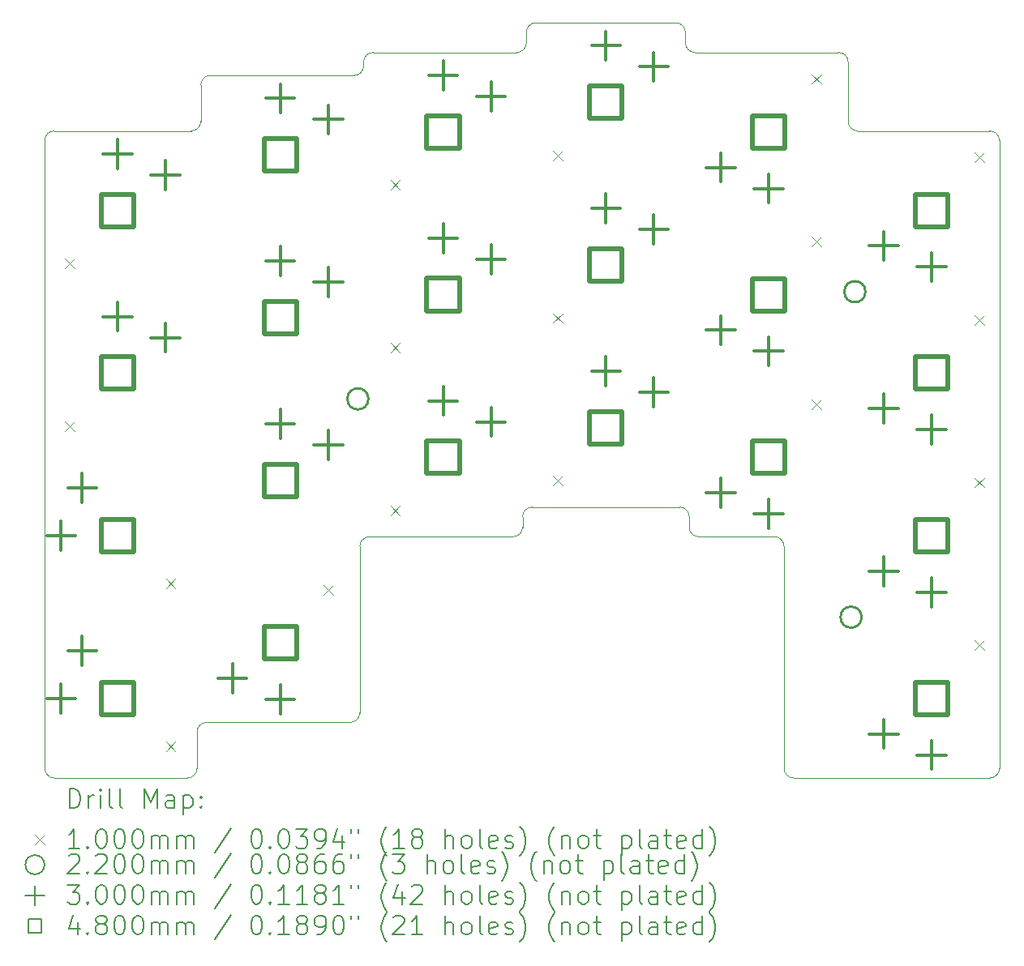
<source format=gbr>
%TF.GenerationSoftware,KiCad,Pcbnew,9.0.0*%
%TF.CreationDate,2025-03-30T21:59:10+09:00*%
%TF.ProjectId,nofy,6e6f6679-2e6b-4696-9361-645f70636258,rev?*%
%TF.SameCoordinates,Original*%
%TF.FileFunction,Drillmap*%
%TF.FilePolarity,Positive*%
%FSLAX45Y45*%
G04 Gerber Fmt 4.5, Leading zero omitted, Abs format (unit mm)*
G04 Created by KiCad (PCBNEW 9.0.0) date 2025-03-30 21:59:10*
%MOMM*%
%LPD*%
G01*
G04 APERTURE LIST*
%ADD10C,0.050000*%
%ADD11C,0.200000*%
%ADD12C,0.100000*%
%ADD13C,0.220000*%
%ADD14C,0.300000*%
%ADD15C,0.480000*%
G04 APERTURE END LIST*
D10*
X5057350Y-1973300D02*
G75*
G02*
X4957350Y-2073300I-100000J0D01*
G01*
X8357350Y-6583300D02*
G75*
G02*
X8457350Y-6683300I0J-100000D01*
G01*
X1727350Y-2753300D02*
X1727350Y-9313300D01*
X6757350Y-1623300D02*
G75*
G02*
X6857350Y-1523300I100000J0D01*
G01*
X6717350Y-6683300D02*
G75*
G02*
X6817350Y-6583300I100000J0D01*
G01*
X9547350Y-9413300D02*
X11597350Y-9413300D01*
X3317350Y-9313300D02*
G75*
G02*
X3217350Y-9413300I-100000J0D01*
G01*
X6757350Y-1733300D02*
G75*
G02*
X6657350Y-1833300I-100000J0D01*
G01*
X10217350Y-2653299D02*
G75*
G02*
X10117351Y-2553299I0J99999D01*
G01*
X3317350Y-9313300D02*
X3317350Y-8933300D01*
X6757350Y-1623300D02*
X6757350Y-1733300D01*
X9447350Y-6993300D02*
X9447350Y-9313300D01*
X5017350Y-6993300D02*
G75*
G02*
X5117350Y-6893300I100000J0D01*
G01*
X8317350Y-1523300D02*
X6857350Y-1523300D01*
X10017350Y-1833300D02*
X8517350Y-1833300D01*
X9347350Y-6893300D02*
G75*
G02*
X9447350Y-6993300I0J-100000D01*
G01*
X6717350Y-6793300D02*
X6717350Y-6683300D01*
X8557350Y-6893300D02*
X9347350Y-6893300D01*
X8517350Y-1833300D02*
G75*
G02*
X8417350Y-1733300I0J100000D01*
G01*
X5117350Y-6893300D02*
X6617350Y-6893300D01*
X6657350Y-1833300D02*
X5157350Y-1833300D01*
X6717350Y-6793300D02*
G75*
G02*
X6617350Y-6893300I-100000J0D01*
G01*
X10017350Y-1833300D02*
G75*
G02*
X10117350Y-1933300I0J-100000D01*
G01*
X3357350Y-2173300D02*
G75*
G02*
X3457350Y-2073300I100000J0D01*
G01*
X1827350Y-9413300D02*
G75*
G02*
X1727350Y-9313300I0J100000D01*
G01*
X6817350Y-6583300D02*
X8357350Y-6583300D01*
X8557350Y-6893300D02*
G75*
G02*
X8457350Y-6793300I0J100000D01*
G01*
X1827350Y-9413300D02*
X3217350Y-9413300D01*
X1727350Y-2753300D02*
G75*
G02*
X1827350Y-2653300I100000J0D01*
G01*
X3357350Y-2553300D02*
X3357350Y-2173300D01*
X3257350Y-2653300D02*
X1827350Y-2653300D01*
X8317350Y-1523300D02*
G75*
G02*
X8417350Y-1623300I0J-100000D01*
G01*
X8457350Y-6683300D02*
X8457350Y-6793300D01*
X11697350Y-9313300D02*
X11697350Y-2753300D01*
X9547350Y-9413300D02*
G75*
G02*
X9447350Y-9313300I0J100000D01*
G01*
X3417350Y-8833300D02*
X4917350Y-8833300D01*
X8417350Y-1733300D02*
X8417350Y-1623300D01*
X4957350Y-2073300D02*
X3457350Y-2073300D01*
X5017350Y-8733300D02*
X5017350Y-6993300D01*
X10117350Y-2553299D02*
X10117350Y-1933300D01*
X11597350Y-2653300D02*
G75*
G02*
X11697350Y-2753300I0J-100000D01*
G01*
X3357350Y-2553300D02*
G75*
G02*
X3257350Y-2653300I-100000J0D01*
G01*
X3317350Y-8933300D02*
G75*
G02*
X3417350Y-8833300I100000J0D01*
G01*
X5057350Y-1933300D02*
X5057350Y-1973300D01*
X5057350Y-1933300D02*
G75*
G02*
X5157350Y-1833300I100000J0D01*
G01*
X5017350Y-8733300D02*
G75*
G02*
X4917350Y-8833300I-100000J0D01*
G01*
X11597350Y-2653300D02*
X10217350Y-2653299D01*
X11697350Y-9313300D02*
G75*
G02*
X11597350Y-9413300I-100000J0D01*
G01*
D11*
D12*
X1937350Y-3988300D02*
X2037350Y-4088300D01*
X2037350Y-3988300D02*
X1937350Y-4088300D01*
X1937350Y-5688300D02*
X2037350Y-5788300D01*
X2037350Y-5688300D02*
X1937350Y-5788300D01*
X2992350Y-7333300D02*
X3092350Y-7433300D01*
X3092350Y-7333300D02*
X2992350Y-7433300D01*
X2992350Y-9033300D02*
X3092350Y-9133300D01*
X3092350Y-9033300D02*
X2992350Y-9133300D01*
X4637350Y-7398300D02*
X4737350Y-7498300D01*
X4737350Y-7398300D02*
X4637350Y-7498300D01*
X5337350Y-3168300D02*
X5437350Y-3268300D01*
X5437350Y-3168300D02*
X5337350Y-3268300D01*
X5337350Y-4868300D02*
X5437350Y-4968300D01*
X5437350Y-4868300D02*
X5337350Y-4968300D01*
X5337350Y-6568300D02*
X5437350Y-6668300D01*
X5437350Y-6568300D02*
X5337350Y-6668300D01*
X7037350Y-2858300D02*
X7137350Y-2958300D01*
X7137350Y-2858300D02*
X7037350Y-2958300D01*
X7037350Y-4558300D02*
X7137350Y-4658300D01*
X7137350Y-4558300D02*
X7037350Y-4658300D01*
X7037350Y-6258300D02*
X7137350Y-6358300D01*
X7137350Y-6258300D02*
X7037350Y-6358300D01*
X9737350Y-2060800D02*
X9837350Y-2160800D01*
X9837350Y-2060800D02*
X9737350Y-2160800D01*
X9737350Y-3760800D02*
X9837350Y-3860800D01*
X9837350Y-3760800D02*
X9737350Y-3860800D01*
X9737350Y-5458300D02*
X9837350Y-5558300D01*
X9837350Y-5458300D02*
X9737350Y-5558300D01*
X11437350Y-2878300D02*
X11537350Y-2978300D01*
X11537350Y-2878300D02*
X11437350Y-2978300D01*
X11437350Y-4578300D02*
X11537350Y-4678300D01*
X11537350Y-4578300D02*
X11437350Y-4678300D01*
X11437350Y-6278300D02*
X11537350Y-6378300D01*
X11537350Y-6278300D02*
X11437350Y-6378300D01*
X11437350Y-7978300D02*
X11537350Y-8078300D01*
X11537350Y-7978300D02*
X11437350Y-8078300D01*
D13*
X5107350Y-5453300D02*
G75*
G02*
X4887350Y-5453300I-110000J0D01*
G01*
X4887350Y-5453300D02*
G75*
G02*
X5107350Y-5453300I110000J0D01*
G01*
X10257350Y-7733300D02*
G75*
G02*
X10037350Y-7733300I-110000J0D01*
G01*
X10037350Y-7733300D02*
G75*
G02*
X10257350Y-7733300I110000J0D01*
G01*
X10297350Y-4333300D02*
G75*
G02*
X10077350Y-4333300I-110000J0D01*
G01*
X10077350Y-4333300D02*
G75*
G02*
X10297350Y-4333300I110000J0D01*
G01*
D14*
X1897350Y-6733300D02*
X1897350Y-7033300D01*
X1747350Y-6883300D02*
X2047350Y-6883300D01*
X1897350Y-8433300D02*
X1897350Y-8733300D01*
X1747350Y-8583300D02*
X2047350Y-8583300D01*
X2117350Y-6233300D02*
X2117350Y-6533300D01*
X1967350Y-6383300D02*
X2267350Y-6383300D01*
X2117350Y-7933300D02*
X2117350Y-8233300D01*
X1967350Y-8083300D02*
X2267350Y-8083300D01*
X2487350Y-2743300D02*
X2487350Y-3043300D01*
X2337350Y-2893300D02*
X2637350Y-2893300D01*
X2487350Y-4443300D02*
X2487350Y-4743300D01*
X2337350Y-4593300D02*
X2637350Y-4593300D01*
X2987350Y-2963300D02*
X2987350Y-3263300D01*
X2837350Y-3113300D02*
X3137350Y-3113300D01*
X2987350Y-4663300D02*
X2987350Y-4963300D01*
X2837350Y-4813300D02*
X3137350Y-4813300D01*
X3687350Y-8223300D02*
X3687350Y-8523300D01*
X3537350Y-8373300D02*
X3837350Y-8373300D01*
X4187350Y-2163300D02*
X4187350Y-2463300D01*
X4037350Y-2313300D02*
X4337350Y-2313300D01*
X4187350Y-3863300D02*
X4187350Y-4163300D01*
X4037350Y-4013300D02*
X4337350Y-4013300D01*
X4187350Y-5563300D02*
X4187350Y-5863300D01*
X4037350Y-5713300D02*
X4337350Y-5713300D01*
X4187350Y-8443300D02*
X4187350Y-8743300D01*
X4037350Y-8593300D02*
X4337350Y-8593300D01*
X4687350Y-2383300D02*
X4687350Y-2683300D01*
X4537350Y-2533300D02*
X4837350Y-2533300D01*
X4687350Y-4083300D02*
X4687350Y-4383300D01*
X4537350Y-4233300D02*
X4837350Y-4233300D01*
X4687350Y-5783300D02*
X4687350Y-6083300D01*
X4537350Y-5933300D02*
X4837350Y-5933300D01*
X5887350Y-1923300D02*
X5887350Y-2223300D01*
X5737350Y-2073300D02*
X6037350Y-2073300D01*
X5887350Y-3623300D02*
X5887350Y-3923300D01*
X5737350Y-3773300D02*
X6037350Y-3773300D01*
X5887350Y-5323300D02*
X5887350Y-5623300D01*
X5737350Y-5473300D02*
X6037350Y-5473300D01*
X6387350Y-2143300D02*
X6387350Y-2443300D01*
X6237350Y-2293300D02*
X6537350Y-2293300D01*
X6387350Y-3843300D02*
X6387350Y-4143300D01*
X6237350Y-3993300D02*
X6537350Y-3993300D01*
X6387350Y-5543300D02*
X6387350Y-5843300D01*
X6237350Y-5693300D02*
X6537350Y-5693300D01*
X7587350Y-1613300D02*
X7587350Y-1913300D01*
X7437350Y-1763300D02*
X7737350Y-1763300D01*
X7587350Y-3313300D02*
X7587350Y-3613300D01*
X7437350Y-3463300D02*
X7737350Y-3463300D01*
X7587350Y-5013300D02*
X7587350Y-5313300D01*
X7437350Y-5163300D02*
X7737350Y-5163300D01*
X8087350Y-1833300D02*
X8087350Y-2133300D01*
X7937350Y-1983300D02*
X8237350Y-1983300D01*
X8087350Y-3533300D02*
X8087350Y-3833300D01*
X7937350Y-3683300D02*
X8237350Y-3683300D01*
X8087350Y-5233300D02*
X8087350Y-5533300D01*
X7937350Y-5383300D02*
X8237350Y-5383300D01*
X8787350Y-2885800D02*
X8787350Y-3185800D01*
X8637350Y-3035800D02*
X8937350Y-3035800D01*
X8787350Y-4585800D02*
X8787350Y-4885800D01*
X8637350Y-4735800D02*
X8937350Y-4735800D01*
X8787350Y-6283300D02*
X8787350Y-6583300D01*
X8637350Y-6433300D02*
X8937350Y-6433300D01*
X9287350Y-3105800D02*
X9287350Y-3405800D01*
X9137350Y-3255800D02*
X9437350Y-3255800D01*
X9287350Y-4805800D02*
X9287350Y-5105800D01*
X9137350Y-4955800D02*
X9437350Y-4955800D01*
X9287350Y-6503300D02*
X9287350Y-6803300D01*
X9137350Y-6653300D02*
X9437350Y-6653300D01*
X10487350Y-3703300D02*
X10487350Y-4003300D01*
X10337350Y-3853300D02*
X10637350Y-3853300D01*
X10487350Y-5403300D02*
X10487350Y-5703300D01*
X10337350Y-5553300D02*
X10637350Y-5553300D01*
X10487350Y-7103300D02*
X10487350Y-7403300D01*
X10337350Y-7253300D02*
X10637350Y-7253300D01*
X10487350Y-8803300D02*
X10487350Y-9103300D01*
X10337350Y-8953300D02*
X10637350Y-8953300D01*
X10987350Y-3923300D02*
X10987350Y-4223300D01*
X10837350Y-4073300D02*
X11137350Y-4073300D01*
X10987350Y-5623300D02*
X10987350Y-5923300D01*
X10837350Y-5773300D02*
X11137350Y-5773300D01*
X10987350Y-7323300D02*
X10987350Y-7623300D01*
X10837350Y-7473300D02*
X11137350Y-7473300D01*
X10987350Y-9023300D02*
X10987350Y-9323300D01*
X10837350Y-9173300D02*
X11137350Y-9173300D01*
D15*
X2657057Y-3653007D02*
X2657057Y-3313593D01*
X2317643Y-3313593D01*
X2317643Y-3653007D01*
X2657057Y-3653007D01*
X2657057Y-5353007D02*
X2657057Y-5013593D01*
X2317643Y-5013593D01*
X2317643Y-5353007D01*
X2657057Y-5353007D01*
X2657057Y-7053007D02*
X2657057Y-6713593D01*
X2317643Y-6713593D01*
X2317643Y-7053007D01*
X2657057Y-7053007D01*
X2657057Y-8753007D02*
X2657057Y-8413593D01*
X2317643Y-8413593D01*
X2317643Y-8753007D01*
X2657057Y-8753007D01*
X4357057Y-3073007D02*
X4357057Y-2733593D01*
X4017643Y-2733593D01*
X4017643Y-3073007D01*
X4357057Y-3073007D01*
X4357057Y-4773007D02*
X4357057Y-4433593D01*
X4017643Y-4433593D01*
X4017643Y-4773007D01*
X4357057Y-4773007D01*
X4357057Y-6473007D02*
X4357057Y-6133593D01*
X4017643Y-6133593D01*
X4017643Y-6473007D01*
X4357057Y-6473007D01*
X4357057Y-8173007D02*
X4357057Y-7833593D01*
X4017643Y-7833593D01*
X4017643Y-8173007D01*
X4357057Y-8173007D01*
X6057057Y-2833007D02*
X6057057Y-2493593D01*
X5717643Y-2493593D01*
X5717643Y-2833007D01*
X6057057Y-2833007D01*
X6057057Y-4533007D02*
X6057057Y-4193593D01*
X5717643Y-4193593D01*
X5717643Y-4533007D01*
X6057057Y-4533007D01*
X6057057Y-6233007D02*
X6057057Y-5893593D01*
X5717643Y-5893593D01*
X5717643Y-6233007D01*
X6057057Y-6233007D01*
X7757057Y-2523007D02*
X7757057Y-2183593D01*
X7417643Y-2183593D01*
X7417643Y-2523007D01*
X7757057Y-2523007D01*
X7757057Y-4223007D02*
X7757057Y-3883593D01*
X7417643Y-3883593D01*
X7417643Y-4223007D01*
X7757057Y-4223007D01*
X7757057Y-5923007D02*
X7757057Y-5583593D01*
X7417643Y-5583593D01*
X7417643Y-5923007D01*
X7757057Y-5923007D01*
X9457057Y-2835507D02*
X9457057Y-2496093D01*
X9117643Y-2496093D01*
X9117643Y-2835507D01*
X9457057Y-2835507D01*
X9457057Y-4535507D02*
X9457057Y-4196093D01*
X9117643Y-4196093D01*
X9117643Y-4535507D01*
X9457057Y-4535507D01*
X9457057Y-6233007D02*
X9457057Y-5893593D01*
X9117643Y-5893593D01*
X9117643Y-6233007D01*
X9457057Y-6233007D01*
X11157057Y-3653007D02*
X11157057Y-3313593D01*
X10817643Y-3313593D01*
X10817643Y-3653007D01*
X11157057Y-3653007D01*
X11157057Y-5353007D02*
X11157057Y-5013593D01*
X10817643Y-5013593D01*
X10817643Y-5353007D01*
X11157057Y-5353007D01*
X11157057Y-7053007D02*
X11157057Y-6713593D01*
X10817643Y-6713593D01*
X10817643Y-7053007D01*
X11157057Y-7053007D01*
X11157057Y-8753007D02*
X11157057Y-8413593D01*
X10817643Y-8413593D01*
X10817643Y-8753007D01*
X11157057Y-8753007D01*
D11*
X1985627Y-9727284D02*
X1985627Y-9527284D01*
X1985627Y-9527284D02*
X2033246Y-9527284D01*
X2033246Y-9527284D02*
X2061817Y-9536808D01*
X2061817Y-9536808D02*
X2080865Y-9555855D01*
X2080865Y-9555855D02*
X2090389Y-9574903D01*
X2090389Y-9574903D02*
X2099913Y-9612998D01*
X2099913Y-9612998D02*
X2099913Y-9641570D01*
X2099913Y-9641570D02*
X2090389Y-9679665D01*
X2090389Y-9679665D02*
X2080865Y-9698712D01*
X2080865Y-9698712D02*
X2061817Y-9717760D01*
X2061817Y-9717760D02*
X2033246Y-9727284D01*
X2033246Y-9727284D02*
X1985627Y-9727284D01*
X2185627Y-9727284D02*
X2185627Y-9593950D01*
X2185627Y-9632046D02*
X2195151Y-9612998D01*
X2195151Y-9612998D02*
X2204674Y-9603474D01*
X2204674Y-9603474D02*
X2223722Y-9593950D01*
X2223722Y-9593950D02*
X2242770Y-9593950D01*
X2309436Y-9727284D02*
X2309436Y-9593950D01*
X2309436Y-9527284D02*
X2299913Y-9536808D01*
X2299913Y-9536808D02*
X2309436Y-9546331D01*
X2309436Y-9546331D02*
X2318960Y-9536808D01*
X2318960Y-9536808D02*
X2309436Y-9527284D01*
X2309436Y-9527284D02*
X2309436Y-9546331D01*
X2433246Y-9727284D02*
X2414198Y-9717760D01*
X2414198Y-9717760D02*
X2404674Y-9698712D01*
X2404674Y-9698712D02*
X2404674Y-9527284D01*
X2538008Y-9727284D02*
X2518960Y-9717760D01*
X2518960Y-9717760D02*
X2509436Y-9698712D01*
X2509436Y-9698712D02*
X2509436Y-9527284D01*
X2766579Y-9727284D02*
X2766579Y-9527284D01*
X2766579Y-9527284D02*
X2833246Y-9670141D01*
X2833246Y-9670141D02*
X2899912Y-9527284D01*
X2899912Y-9527284D02*
X2899912Y-9727284D01*
X3080865Y-9727284D02*
X3080865Y-9622522D01*
X3080865Y-9622522D02*
X3071341Y-9603474D01*
X3071341Y-9603474D02*
X3052293Y-9593950D01*
X3052293Y-9593950D02*
X3014198Y-9593950D01*
X3014198Y-9593950D02*
X2995151Y-9603474D01*
X3080865Y-9717760D02*
X3061817Y-9727284D01*
X3061817Y-9727284D02*
X3014198Y-9727284D01*
X3014198Y-9727284D02*
X2995151Y-9717760D01*
X2995151Y-9717760D02*
X2985627Y-9698712D01*
X2985627Y-9698712D02*
X2985627Y-9679665D01*
X2985627Y-9679665D02*
X2995151Y-9660617D01*
X2995151Y-9660617D02*
X3014198Y-9651093D01*
X3014198Y-9651093D02*
X3061817Y-9651093D01*
X3061817Y-9651093D02*
X3080865Y-9641570D01*
X3176103Y-9593950D02*
X3176103Y-9793950D01*
X3176103Y-9603474D02*
X3195151Y-9593950D01*
X3195151Y-9593950D02*
X3233246Y-9593950D01*
X3233246Y-9593950D02*
X3252293Y-9603474D01*
X3252293Y-9603474D02*
X3261817Y-9612998D01*
X3261817Y-9612998D02*
X3271341Y-9632046D01*
X3271341Y-9632046D02*
X3271341Y-9689189D01*
X3271341Y-9689189D02*
X3261817Y-9708236D01*
X3261817Y-9708236D02*
X3252293Y-9717760D01*
X3252293Y-9717760D02*
X3233246Y-9727284D01*
X3233246Y-9727284D02*
X3195151Y-9727284D01*
X3195151Y-9727284D02*
X3176103Y-9717760D01*
X3357055Y-9708236D02*
X3366579Y-9717760D01*
X3366579Y-9717760D02*
X3357055Y-9727284D01*
X3357055Y-9727284D02*
X3347532Y-9717760D01*
X3347532Y-9717760D02*
X3357055Y-9708236D01*
X3357055Y-9708236D02*
X3357055Y-9727284D01*
X3357055Y-9603474D02*
X3366579Y-9612998D01*
X3366579Y-9612998D02*
X3357055Y-9622522D01*
X3357055Y-9622522D02*
X3347532Y-9612998D01*
X3347532Y-9612998D02*
X3357055Y-9603474D01*
X3357055Y-9603474D02*
X3357055Y-9622522D01*
D12*
X1624850Y-10005800D02*
X1724850Y-10105800D01*
X1724850Y-10005800D02*
X1624850Y-10105800D01*
D11*
X2090389Y-10147284D02*
X1976103Y-10147284D01*
X2033246Y-10147284D02*
X2033246Y-9947284D01*
X2033246Y-9947284D02*
X2014198Y-9975855D01*
X2014198Y-9975855D02*
X1995151Y-9994903D01*
X1995151Y-9994903D02*
X1976103Y-10004427D01*
X2176103Y-10128236D02*
X2185627Y-10137760D01*
X2185627Y-10137760D02*
X2176103Y-10147284D01*
X2176103Y-10147284D02*
X2166579Y-10137760D01*
X2166579Y-10137760D02*
X2176103Y-10128236D01*
X2176103Y-10128236D02*
X2176103Y-10147284D01*
X2309436Y-9947284D02*
X2328484Y-9947284D01*
X2328484Y-9947284D02*
X2347532Y-9956808D01*
X2347532Y-9956808D02*
X2357055Y-9966331D01*
X2357055Y-9966331D02*
X2366579Y-9985379D01*
X2366579Y-9985379D02*
X2376103Y-10023474D01*
X2376103Y-10023474D02*
X2376103Y-10071093D01*
X2376103Y-10071093D02*
X2366579Y-10109189D01*
X2366579Y-10109189D02*
X2357055Y-10128236D01*
X2357055Y-10128236D02*
X2347532Y-10137760D01*
X2347532Y-10137760D02*
X2328484Y-10147284D01*
X2328484Y-10147284D02*
X2309436Y-10147284D01*
X2309436Y-10147284D02*
X2290389Y-10137760D01*
X2290389Y-10137760D02*
X2280865Y-10128236D01*
X2280865Y-10128236D02*
X2271341Y-10109189D01*
X2271341Y-10109189D02*
X2261817Y-10071093D01*
X2261817Y-10071093D02*
X2261817Y-10023474D01*
X2261817Y-10023474D02*
X2271341Y-9985379D01*
X2271341Y-9985379D02*
X2280865Y-9966331D01*
X2280865Y-9966331D02*
X2290389Y-9956808D01*
X2290389Y-9956808D02*
X2309436Y-9947284D01*
X2499913Y-9947284D02*
X2518960Y-9947284D01*
X2518960Y-9947284D02*
X2538008Y-9956808D01*
X2538008Y-9956808D02*
X2547532Y-9966331D01*
X2547532Y-9966331D02*
X2557055Y-9985379D01*
X2557055Y-9985379D02*
X2566579Y-10023474D01*
X2566579Y-10023474D02*
X2566579Y-10071093D01*
X2566579Y-10071093D02*
X2557055Y-10109189D01*
X2557055Y-10109189D02*
X2547532Y-10128236D01*
X2547532Y-10128236D02*
X2538008Y-10137760D01*
X2538008Y-10137760D02*
X2518960Y-10147284D01*
X2518960Y-10147284D02*
X2499913Y-10147284D01*
X2499913Y-10147284D02*
X2480865Y-10137760D01*
X2480865Y-10137760D02*
X2471341Y-10128236D01*
X2471341Y-10128236D02*
X2461817Y-10109189D01*
X2461817Y-10109189D02*
X2452294Y-10071093D01*
X2452294Y-10071093D02*
X2452294Y-10023474D01*
X2452294Y-10023474D02*
X2461817Y-9985379D01*
X2461817Y-9985379D02*
X2471341Y-9966331D01*
X2471341Y-9966331D02*
X2480865Y-9956808D01*
X2480865Y-9956808D02*
X2499913Y-9947284D01*
X2690389Y-9947284D02*
X2709436Y-9947284D01*
X2709436Y-9947284D02*
X2728484Y-9956808D01*
X2728484Y-9956808D02*
X2738008Y-9966331D01*
X2738008Y-9966331D02*
X2747532Y-9985379D01*
X2747532Y-9985379D02*
X2757055Y-10023474D01*
X2757055Y-10023474D02*
X2757055Y-10071093D01*
X2757055Y-10071093D02*
X2747532Y-10109189D01*
X2747532Y-10109189D02*
X2738008Y-10128236D01*
X2738008Y-10128236D02*
X2728484Y-10137760D01*
X2728484Y-10137760D02*
X2709436Y-10147284D01*
X2709436Y-10147284D02*
X2690389Y-10147284D01*
X2690389Y-10147284D02*
X2671341Y-10137760D01*
X2671341Y-10137760D02*
X2661817Y-10128236D01*
X2661817Y-10128236D02*
X2652294Y-10109189D01*
X2652294Y-10109189D02*
X2642770Y-10071093D01*
X2642770Y-10071093D02*
X2642770Y-10023474D01*
X2642770Y-10023474D02*
X2652294Y-9985379D01*
X2652294Y-9985379D02*
X2661817Y-9966331D01*
X2661817Y-9966331D02*
X2671341Y-9956808D01*
X2671341Y-9956808D02*
X2690389Y-9947284D01*
X2842770Y-10147284D02*
X2842770Y-10013950D01*
X2842770Y-10032998D02*
X2852293Y-10023474D01*
X2852293Y-10023474D02*
X2871341Y-10013950D01*
X2871341Y-10013950D02*
X2899913Y-10013950D01*
X2899913Y-10013950D02*
X2918960Y-10023474D01*
X2918960Y-10023474D02*
X2928484Y-10042522D01*
X2928484Y-10042522D02*
X2928484Y-10147284D01*
X2928484Y-10042522D02*
X2938008Y-10023474D01*
X2938008Y-10023474D02*
X2957055Y-10013950D01*
X2957055Y-10013950D02*
X2985627Y-10013950D01*
X2985627Y-10013950D02*
X3004674Y-10023474D01*
X3004674Y-10023474D02*
X3014198Y-10042522D01*
X3014198Y-10042522D02*
X3014198Y-10147284D01*
X3109436Y-10147284D02*
X3109436Y-10013950D01*
X3109436Y-10032998D02*
X3118960Y-10023474D01*
X3118960Y-10023474D02*
X3138008Y-10013950D01*
X3138008Y-10013950D02*
X3166579Y-10013950D01*
X3166579Y-10013950D02*
X3185627Y-10023474D01*
X3185627Y-10023474D02*
X3195151Y-10042522D01*
X3195151Y-10042522D02*
X3195151Y-10147284D01*
X3195151Y-10042522D02*
X3204674Y-10023474D01*
X3204674Y-10023474D02*
X3223722Y-10013950D01*
X3223722Y-10013950D02*
X3252293Y-10013950D01*
X3252293Y-10013950D02*
X3271341Y-10023474D01*
X3271341Y-10023474D02*
X3280865Y-10042522D01*
X3280865Y-10042522D02*
X3280865Y-10147284D01*
X3671341Y-9937760D02*
X3499913Y-10194903D01*
X3928484Y-9947284D02*
X3947532Y-9947284D01*
X3947532Y-9947284D02*
X3966579Y-9956808D01*
X3966579Y-9956808D02*
X3976103Y-9966331D01*
X3976103Y-9966331D02*
X3985627Y-9985379D01*
X3985627Y-9985379D02*
X3995151Y-10023474D01*
X3995151Y-10023474D02*
X3995151Y-10071093D01*
X3995151Y-10071093D02*
X3985627Y-10109189D01*
X3985627Y-10109189D02*
X3976103Y-10128236D01*
X3976103Y-10128236D02*
X3966579Y-10137760D01*
X3966579Y-10137760D02*
X3947532Y-10147284D01*
X3947532Y-10147284D02*
X3928484Y-10147284D01*
X3928484Y-10147284D02*
X3909436Y-10137760D01*
X3909436Y-10137760D02*
X3899913Y-10128236D01*
X3899913Y-10128236D02*
X3890389Y-10109189D01*
X3890389Y-10109189D02*
X3880865Y-10071093D01*
X3880865Y-10071093D02*
X3880865Y-10023474D01*
X3880865Y-10023474D02*
X3890389Y-9985379D01*
X3890389Y-9985379D02*
X3899913Y-9966331D01*
X3899913Y-9966331D02*
X3909436Y-9956808D01*
X3909436Y-9956808D02*
X3928484Y-9947284D01*
X4080865Y-10128236D02*
X4090389Y-10137760D01*
X4090389Y-10137760D02*
X4080865Y-10147284D01*
X4080865Y-10147284D02*
X4071341Y-10137760D01*
X4071341Y-10137760D02*
X4080865Y-10128236D01*
X4080865Y-10128236D02*
X4080865Y-10147284D01*
X4214198Y-9947284D02*
X4233246Y-9947284D01*
X4233246Y-9947284D02*
X4252294Y-9956808D01*
X4252294Y-9956808D02*
X4261818Y-9966331D01*
X4261818Y-9966331D02*
X4271341Y-9985379D01*
X4271341Y-9985379D02*
X4280865Y-10023474D01*
X4280865Y-10023474D02*
X4280865Y-10071093D01*
X4280865Y-10071093D02*
X4271341Y-10109189D01*
X4271341Y-10109189D02*
X4261818Y-10128236D01*
X4261818Y-10128236D02*
X4252294Y-10137760D01*
X4252294Y-10137760D02*
X4233246Y-10147284D01*
X4233246Y-10147284D02*
X4214198Y-10147284D01*
X4214198Y-10147284D02*
X4195151Y-10137760D01*
X4195151Y-10137760D02*
X4185627Y-10128236D01*
X4185627Y-10128236D02*
X4176103Y-10109189D01*
X4176103Y-10109189D02*
X4166579Y-10071093D01*
X4166579Y-10071093D02*
X4166579Y-10023474D01*
X4166579Y-10023474D02*
X4176103Y-9985379D01*
X4176103Y-9985379D02*
X4185627Y-9966331D01*
X4185627Y-9966331D02*
X4195151Y-9956808D01*
X4195151Y-9956808D02*
X4214198Y-9947284D01*
X4347532Y-9947284D02*
X4471341Y-9947284D01*
X4471341Y-9947284D02*
X4404675Y-10023474D01*
X4404675Y-10023474D02*
X4433246Y-10023474D01*
X4433246Y-10023474D02*
X4452294Y-10032998D01*
X4452294Y-10032998D02*
X4461818Y-10042522D01*
X4461818Y-10042522D02*
X4471341Y-10061570D01*
X4471341Y-10061570D02*
X4471341Y-10109189D01*
X4471341Y-10109189D02*
X4461818Y-10128236D01*
X4461818Y-10128236D02*
X4452294Y-10137760D01*
X4452294Y-10137760D02*
X4433246Y-10147284D01*
X4433246Y-10147284D02*
X4376103Y-10147284D01*
X4376103Y-10147284D02*
X4357056Y-10137760D01*
X4357056Y-10137760D02*
X4347532Y-10128236D01*
X4566579Y-10147284D02*
X4604675Y-10147284D01*
X4604675Y-10147284D02*
X4623722Y-10137760D01*
X4623722Y-10137760D02*
X4633246Y-10128236D01*
X4633246Y-10128236D02*
X4652294Y-10099665D01*
X4652294Y-10099665D02*
X4661818Y-10061570D01*
X4661818Y-10061570D02*
X4661818Y-9985379D01*
X4661818Y-9985379D02*
X4652294Y-9966331D01*
X4652294Y-9966331D02*
X4642770Y-9956808D01*
X4642770Y-9956808D02*
X4623722Y-9947284D01*
X4623722Y-9947284D02*
X4585627Y-9947284D01*
X4585627Y-9947284D02*
X4566579Y-9956808D01*
X4566579Y-9956808D02*
X4557056Y-9966331D01*
X4557056Y-9966331D02*
X4547532Y-9985379D01*
X4547532Y-9985379D02*
X4547532Y-10032998D01*
X4547532Y-10032998D02*
X4557056Y-10052046D01*
X4557056Y-10052046D02*
X4566579Y-10061570D01*
X4566579Y-10061570D02*
X4585627Y-10071093D01*
X4585627Y-10071093D02*
X4623722Y-10071093D01*
X4623722Y-10071093D02*
X4642770Y-10061570D01*
X4642770Y-10061570D02*
X4652294Y-10052046D01*
X4652294Y-10052046D02*
X4661818Y-10032998D01*
X4833246Y-10013950D02*
X4833246Y-10147284D01*
X4785627Y-9937760D02*
X4738008Y-10080617D01*
X4738008Y-10080617D02*
X4861818Y-10080617D01*
X4928484Y-9947284D02*
X4928484Y-9985379D01*
X5004675Y-9947284D02*
X5004675Y-9985379D01*
X5299913Y-10223474D02*
X5290389Y-10213950D01*
X5290389Y-10213950D02*
X5271341Y-10185379D01*
X5271341Y-10185379D02*
X5261818Y-10166331D01*
X5261818Y-10166331D02*
X5252294Y-10137760D01*
X5252294Y-10137760D02*
X5242770Y-10090141D01*
X5242770Y-10090141D02*
X5242770Y-10052046D01*
X5242770Y-10052046D02*
X5252294Y-10004427D01*
X5252294Y-10004427D02*
X5261818Y-9975855D01*
X5261818Y-9975855D02*
X5271341Y-9956808D01*
X5271341Y-9956808D02*
X5290389Y-9928236D01*
X5290389Y-9928236D02*
X5299913Y-9918712D01*
X5480865Y-10147284D02*
X5366580Y-10147284D01*
X5423722Y-10147284D02*
X5423722Y-9947284D01*
X5423722Y-9947284D02*
X5404675Y-9975855D01*
X5404675Y-9975855D02*
X5385627Y-9994903D01*
X5385627Y-9994903D02*
X5366580Y-10004427D01*
X5595151Y-10032998D02*
X5576103Y-10023474D01*
X5576103Y-10023474D02*
X5566580Y-10013950D01*
X5566580Y-10013950D02*
X5557056Y-9994903D01*
X5557056Y-9994903D02*
X5557056Y-9985379D01*
X5557056Y-9985379D02*
X5566580Y-9966331D01*
X5566580Y-9966331D02*
X5576103Y-9956808D01*
X5576103Y-9956808D02*
X5595151Y-9947284D01*
X5595151Y-9947284D02*
X5633246Y-9947284D01*
X5633246Y-9947284D02*
X5652294Y-9956808D01*
X5652294Y-9956808D02*
X5661818Y-9966331D01*
X5661818Y-9966331D02*
X5671341Y-9985379D01*
X5671341Y-9985379D02*
X5671341Y-9994903D01*
X5671341Y-9994903D02*
X5661818Y-10013950D01*
X5661818Y-10013950D02*
X5652294Y-10023474D01*
X5652294Y-10023474D02*
X5633246Y-10032998D01*
X5633246Y-10032998D02*
X5595151Y-10032998D01*
X5595151Y-10032998D02*
X5576103Y-10042522D01*
X5576103Y-10042522D02*
X5566580Y-10052046D01*
X5566580Y-10052046D02*
X5557056Y-10071093D01*
X5557056Y-10071093D02*
X5557056Y-10109189D01*
X5557056Y-10109189D02*
X5566580Y-10128236D01*
X5566580Y-10128236D02*
X5576103Y-10137760D01*
X5576103Y-10137760D02*
X5595151Y-10147284D01*
X5595151Y-10147284D02*
X5633246Y-10147284D01*
X5633246Y-10147284D02*
X5652294Y-10137760D01*
X5652294Y-10137760D02*
X5661818Y-10128236D01*
X5661818Y-10128236D02*
X5671341Y-10109189D01*
X5671341Y-10109189D02*
X5671341Y-10071093D01*
X5671341Y-10071093D02*
X5661818Y-10052046D01*
X5661818Y-10052046D02*
X5652294Y-10042522D01*
X5652294Y-10042522D02*
X5633246Y-10032998D01*
X5909437Y-10147284D02*
X5909437Y-9947284D01*
X5995151Y-10147284D02*
X5995151Y-10042522D01*
X5995151Y-10042522D02*
X5985627Y-10023474D01*
X5985627Y-10023474D02*
X5966580Y-10013950D01*
X5966580Y-10013950D02*
X5938008Y-10013950D01*
X5938008Y-10013950D02*
X5918960Y-10023474D01*
X5918960Y-10023474D02*
X5909437Y-10032998D01*
X6118960Y-10147284D02*
X6099913Y-10137760D01*
X6099913Y-10137760D02*
X6090389Y-10128236D01*
X6090389Y-10128236D02*
X6080865Y-10109189D01*
X6080865Y-10109189D02*
X6080865Y-10052046D01*
X6080865Y-10052046D02*
X6090389Y-10032998D01*
X6090389Y-10032998D02*
X6099913Y-10023474D01*
X6099913Y-10023474D02*
X6118960Y-10013950D01*
X6118960Y-10013950D02*
X6147532Y-10013950D01*
X6147532Y-10013950D02*
X6166580Y-10023474D01*
X6166580Y-10023474D02*
X6176103Y-10032998D01*
X6176103Y-10032998D02*
X6185627Y-10052046D01*
X6185627Y-10052046D02*
X6185627Y-10109189D01*
X6185627Y-10109189D02*
X6176103Y-10128236D01*
X6176103Y-10128236D02*
X6166580Y-10137760D01*
X6166580Y-10137760D02*
X6147532Y-10147284D01*
X6147532Y-10147284D02*
X6118960Y-10147284D01*
X6299913Y-10147284D02*
X6280865Y-10137760D01*
X6280865Y-10137760D02*
X6271341Y-10118712D01*
X6271341Y-10118712D02*
X6271341Y-9947284D01*
X6452294Y-10137760D02*
X6433246Y-10147284D01*
X6433246Y-10147284D02*
X6395151Y-10147284D01*
X6395151Y-10147284D02*
X6376103Y-10137760D01*
X6376103Y-10137760D02*
X6366580Y-10118712D01*
X6366580Y-10118712D02*
X6366580Y-10042522D01*
X6366580Y-10042522D02*
X6376103Y-10023474D01*
X6376103Y-10023474D02*
X6395151Y-10013950D01*
X6395151Y-10013950D02*
X6433246Y-10013950D01*
X6433246Y-10013950D02*
X6452294Y-10023474D01*
X6452294Y-10023474D02*
X6461818Y-10042522D01*
X6461818Y-10042522D02*
X6461818Y-10061570D01*
X6461818Y-10061570D02*
X6366580Y-10080617D01*
X6538008Y-10137760D02*
X6557056Y-10147284D01*
X6557056Y-10147284D02*
X6595151Y-10147284D01*
X6595151Y-10147284D02*
X6614199Y-10137760D01*
X6614199Y-10137760D02*
X6623722Y-10118712D01*
X6623722Y-10118712D02*
X6623722Y-10109189D01*
X6623722Y-10109189D02*
X6614199Y-10090141D01*
X6614199Y-10090141D02*
X6595151Y-10080617D01*
X6595151Y-10080617D02*
X6566580Y-10080617D01*
X6566580Y-10080617D02*
X6547532Y-10071093D01*
X6547532Y-10071093D02*
X6538008Y-10052046D01*
X6538008Y-10052046D02*
X6538008Y-10042522D01*
X6538008Y-10042522D02*
X6547532Y-10023474D01*
X6547532Y-10023474D02*
X6566580Y-10013950D01*
X6566580Y-10013950D02*
X6595151Y-10013950D01*
X6595151Y-10013950D02*
X6614199Y-10023474D01*
X6690389Y-10223474D02*
X6699913Y-10213950D01*
X6699913Y-10213950D02*
X6718961Y-10185379D01*
X6718961Y-10185379D02*
X6728484Y-10166331D01*
X6728484Y-10166331D02*
X6738008Y-10137760D01*
X6738008Y-10137760D02*
X6747532Y-10090141D01*
X6747532Y-10090141D02*
X6747532Y-10052046D01*
X6747532Y-10052046D02*
X6738008Y-10004427D01*
X6738008Y-10004427D02*
X6728484Y-9975855D01*
X6728484Y-9975855D02*
X6718961Y-9956808D01*
X6718961Y-9956808D02*
X6699913Y-9928236D01*
X6699913Y-9928236D02*
X6690389Y-9918712D01*
X7052294Y-10223474D02*
X7042770Y-10213950D01*
X7042770Y-10213950D02*
X7023722Y-10185379D01*
X7023722Y-10185379D02*
X7014199Y-10166331D01*
X7014199Y-10166331D02*
X7004675Y-10137760D01*
X7004675Y-10137760D02*
X6995151Y-10090141D01*
X6995151Y-10090141D02*
X6995151Y-10052046D01*
X6995151Y-10052046D02*
X7004675Y-10004427D01*
X7004675Y-10004427D02*
X7014199Y-9975855D01*
X7014199Y-9975855D02*
X7023722Y-9956808D01*
X7023722Y-9956808D02*
X7042770Y-9928236D01*
X7042770Y-9928236D02*
X7052294Y-9918712D01*
X7128484Y-10013950D02*
X7128484Y-10147284D01*
X7128484Y-10032998D02*
X7138008Y-10023474D01*
X7138008Y-10023474D02*
X7157056Y-10013950D01*
X7157056Y-10013950D02*
X7185627Y-10013950D01*
X7185627Y-10013950D02*
X7204675Y-10023474D01*
X7204675Y-10023474D02*
X7214199Y-10042522D01*
X7214199Y-10042522D02*
X7214199Y-10147284D01*
X7338008Y-10147284D02*
X7318961Y-10137760D01*
X7318961Y-10137760D02*
X7309437Y-10128236D01*
X7309437Y-10128236D02*
X7299913Y-10109189D01*
X7299913Y-10109189D02*
X7299913Y-10052046D01*
X7299913Y-10052046D02*
X7309437Y-10032998D01*
X7309437Y-10032998D02*
X7318961Y-10023474D01*
X7318961Y-10023474D02*
X7338008Y-10013950D01*
X7338008Y-10013950D02*
X7366580Y-10013950D01*
X7366580Y-10013950D02*
X7385627Y-10023474D01*
X7385627Y-10023474D02*
X7395151Y-10032998D01*
X7395151Y-10032998D02*
X7404675Y-10052046D01*
X7404675Y-10052046D02*
X7404675Y-10109189D01*
X7404675Y-10109189D02*
X7395151Y-10128236D01*
X7395151Y-10128236D02*
X7385627Y-10137760D01*
X7385627Y-10137760D02*
X7366580Y-10147284D01*
X7366580Y-10147284D02*
X7338008Y-10147284D01*
X7461818Y-10013950D02*
X7538008Y-10013950D01*
X7490389Y-9947284D02*
X7490389Y-10118712D01*
X7490389Y-10118712D02*
X7499913Y-10137760D01*
X7499913Y-10137760D02*
X7518961Y-10147284D01*
X7518961Y-10147284D02*
X7538008Y-10147284D01*
X7757056Y-10013950D02*
X7757056Y-10213950D01*
X7757056Y-10023474D02*
X7776103Y-10013950D01*
X7776103Y-10013950D02*
X7814199Y-10013950D01*
X7814199Y-10013950D02*
X7833246Y-10023474D01*
X7833246Y-10023474D02*
X7842770Y-10032998D01*
X7842770Y-10032998D02*
X7852294Y-10052046D01*
X7852294Y-10052046D02*
X7852294Y-10109189D01*
X7852294Y-10109189D02*
X7842770Y-10128236D01*
X7842770Y-10128236D02*
X7833246Y-10137760D01*
X7833246Y-10137760D02*
X7814199Y-10147284D01*
X7814199Y-10147284D02*
X7776103Y-10147284D01*
X7776103Y-10147284D02*
X7757056Y-10137760D01*
X7966580Y-10147284D02*
X7947532Y-10137760D01*
X7947532Y-10137760D02*
X7938008Y-10118712D01*
X7938008Y-10118712D02*
X7938008Y-9947284D01*
X8128484Y-10147284D02*
X8128484Y-10042522D01*
X8128484Y-10042522D02*
X8118961Y-10023474D01*
X8118961Y-10023474D02*
X8099913Y-10013950D01*
X8099913Y-10013950D02*
X8061818Y-10013950D01*
X8061818Y-10013950D02*
X8042770Y-10023474D01*
X8128484Y-10137760D02*
X8109437Y-10147284D01*
X8109437Y-10147284D02*
X8061818Y-10147284D01*
X8061818Y-10147284D02*
X8042770Y-10137760D01*
X8042770Y-10137760D02*
X8033246Y-10118712D01*
X8033246Y-10118712D02*
X8033246Y-10099665D01*
X8033246Y-10099665D02*
X8042770Y-10080617D01*
X8042770Y-10080617D02*
X8061818Y-10071093D01*
X8061818Y-10071093D02*
X8109437Y-10071093D01*
X8109437Y-10071093D02*
X8128484Y-10061570D01*
X8195151Y-10013950D02*
X8271342Y-10013950D01*
X8223723Y-9947284D02*
X8223723Y-10118712D01*
X8223723Y-10118712D02*
X8233246Y-10137760D01*
X8233246Y-10137760D02*
X8252294Y-10147284D01*
X8252294Y-10147284D02*
X8271342Y-10147284D01*
X8414199Y-10137760D02*
X8395151Y-10147284D01*
X8395151Y-10147284D02*
X8357056Y-10147284D01*
X8357056Y-10147284D02*
X8338008Y-10137760D01*
X8338008Y-10137760D02*
X8328484Y-10118712D01*
X8328484Y-10118712D02*
X8328484Y-10042522D01*
X8328484Y-10042522D02*
X8338008Y-10023474D01*
X8338008Y-10023474D02*
X8357056Y-10013950D01*
X8357056Y-10013950D02*
X8395151Y-10013950D01*
X8395151Y-10013950D02*
X8414199Y-10023474D01*
X8414199Y-10023474D02*
X8423723Y-10042522D01*
X8423723Y-10042522D02*
X8423723Y-10061570D01*
X8423723Y-10061570D02*
X8328484Y-10080617D01*
X8595151Y-10147284D02*
X8595151Y-9947284D01*
X8595151Y-10137760D02*
X8576104Y-10147284D01*
X8576104Y-10147284D02*
X8538008Y-10147284D01*
X8538008Y-10147284D02*
X8518961Y-10137760D01*
X8518961Y-10137760D02*
X8509437Y-10128236D01*
X8509437Y-10128236D02*
X8499913Y-10109189D01*
X8499913Y-10109189D02*
X8499913Y-10052046D01*
X8499913Y-10052046D02*
X8509437Y-10032998D01*
X8509437Y-10032998D02*
X8518961Y-10023474D01*
X8518961Y-10023474D02*
X8538008Y-10013950D01*
X8538008Y-10013950D02*
X8576104Y-10013950D01*
X8576104Y-10013950D02*
X8595151Y-10023474D01*
X8671342Y-10223474D02*
X8680866Y-10213950D01*
X8680866Y-10213950D02*
X8699913Y-10185379D01*
X8699913Y-10185379D02*
X8709437Y-10166331D01*
X8709437Y-10166331D02*
X8718961Y-10137760D01*
X8718961Y-10137760D02*
X8728485Y-10090141D01*
X8728485Y-10090141D02*
X8728485Y-10052046D01*
X8728485Y-10052046D02*
X8718961Y-10004427D01*
X8718961Y-10004427D02*
X8709437Y-9975855D01*
X8709437Y-9975855D02*
X8699913Y-9956808D01*
X8699913Y-9956808D02*
X8680866Y-9928236D01*
X8680866Y-9928236D02*
X8671342Y-9918712D01*
X1724850Y-10319800D02*
G75*
G02*
X1524850Y-10319800I-100000J0D01*
G01*
X1524850Y-10319800D02*
G75*
G02*
X1724850Y-10319800I100000J0D01*
G01*
X1976103Y-10230331D02*
X1985627Y-10220808D01*
X1985627Y-10220808D02*
X2004674Y-10211284D01*
X2004674Y-10211284D02*
X2052293Y-10211284D01*
X2052293Y-10211284D02*
X2071341Y-10220808D01*
X2071341Y-10220808D02*
X2080865Y-10230331D01*
X2080865Y-10230331D02*
X2090389Y-10249379D01*
X2090389Y-10249379D02*
X2090389Y-10268427D01*
X2090389Y-10268427D02*
X2080865Y-10296998D01*
X2080865Y-10296998D02*
X1966579Y-10411284D01*
X1966579Y-10411284D02*
X2090389Y-10411284D01*
X2176103Y-10392236D02*
X2185627Y-10401760D01*
X2185627Y-10401760D02*
X2176103Y-10411284D01*
X2176103Y-10411284D02*
X2166579Y-10401760D01*
X2166579Y-10401760D02*
X2176103Y-10392236D01*
X2176103Y-10392236D02*
X2176103Y-10411284D01*
X2261817Y-10230331D02*
X2271341Y-10220808D01*
X2271341Y-10220808D02*
X2290389Y-10211284D01*
X2290389Y-10211284D02*
X2338008Y-10211284D01*
X2338008Y-10211284D02*
X2357055Y-10220808D01*
X2357055Y-10220808D02*
X2366579Y-10230331D01*
X2366579Y-10230331D02*
X2376103Y-10249379D01*
X2376103Y-10249379D02*
X2376103Y-10268427D01*
X2376103Y-10268427D02*
X2366579Y-10296998D01*
X2366579Y-10296998D02*
X2252294Y-10411284D01*
X2252294Y-10411284D02*
X2376103Y-10411284D01*
X2499913Y-10211284D02*
X2518960Y-10211284D01*
X2518960Y-10211284D02*
X2538008Y-10220808D01*
X2538008Y-10220808D02*
X2547532Y-10230331D01*
X2547532Y-10230331D02*
X2557055Y-10249379D01*
X2557055Y-10249379D02*
X2566579Y-10287474D01*
X2566579Y-10287474D02*
X2566579Y-10335093D01*
X2566579Y-10335093D02*
X2557055Y-10373189D01*
X2557055Y-10373189D02*
X2547532Y-10392236D01*
X2547532Y-10392236D02*
X2538008Y-10401760D01*
X2538008Y-10401760D02*
X2518960Y-10411284D01*
X2518960Y-10411284D02*
X2499913Y-10411284D01*
X2499913Y-10411284D02*
X2480865Y-10401760D01*
X2480865Y-10401760D02*
X2471341Y-10392236D01*
X2471341Y-10392236D02*
X2461817Y-10373189D01*
X2461817Y-10373189D02*
X2452294Y-10335093D01*
X2452294Y-10335093D02*
X2452294Y-10287474D01*
X2452294Y-10287474D02*
X2461817Y-10249379D01*
X2461817Y-10249379D02*
X2471341Y-10230331D01*
X2471341Y-10230331D02*
X2480865Y-10220808D01*
X2480865Y-10220808D02*
X2499913Y-10211284D01*
X2690389Y-10211284D02*
X2709436Y-10211284D01*
X2709436Y-10211284D02*
X2728484Y-10220808D01*
X2728484Y-10220808D02*
X2738008Y-10230331D01*
X2738008Y-10230331D02*
X2747532Y-10249379D01*
X2747532Y-10249379D02*
X2757055Y-10287474D01*
X2757055Y-10287474D02*
X2757055Y-10335093D01*
X2757055Y-10335093D02*
X2747532Y-10373189D01*
X2747532Y-10373189D02*
X2738008Y-10392236D01*
X2738008Y-10392236D02*
X2728484Y-10401760D01*
X2728484Y-10401760D02*
X2709436Y-10411284D01*
X2709436Y-10411284D02*
X2690389Y-10411284D01*
X2690389Y-10411284D02*
X2671341Y-10401760D01*
X2671341Y-10401760D02*
X2661817Y-10392236D01*
X2661817Y-10392236D02*
X2652294Y-10373189D01*
X2652294Y-10373189D02*
X2642770Y-10335093D01*
X2642770Y-10335093D02*
X2642770Y-10287474D01*
X2642770Y-10287474D02*
X2652294Y-10249379D01*
X2652294Y-10249379D02*
X2661817Y-10230331D01*
X2661817Y-10230331D02*
X2671341Y-10220808D01*
X2671341Y-10220808D02*
X2690389Y-10211284D01*
X2842770Y-10411284D02*
X2842770Y-10277950D01*
X2842770Y-10296998D02*
X2852293Y-10287474D01*
X2852293Y-10287474D02*
X2871341Y-10277950D01*
X2871341Y-10277950D02*
X2899913Y-10277950D01*
X2899913Y-10277950D02*
X2918960Y-10287474D01*
X2918960Y-10287474D02*
X2928484Y-10306522D01*
X2928484Y-10306522D02*
X2928484Y-10411284D01*
X2928484Y-10306522D02*
X2938008Y-10287474D01*
X2938008Y-10287474D02*
X2957055Y-10277950D01*
X2957055Y-10277950D02*
X2985627Y-10277950D01*
X2985627Y-10277950D02*
X3004674Y-10287474D01*
X3004674Y-10287474D02*
X3014198Y-10306522D01*
X3014198Y-10306522D02*
X3014198Y-10411284D01*
X3109436Y-10411284D02*
X3109436Y-10277950D01*
X3109436Y-10296998D02*
X3118960Y-10287474D01*
X3118960Y-10287474D02*
X3138008Y-10277950D01*
X3138008Y-10277950D02*
X3166579Y-10277950D01*
X3166579Y-10277950D02*
X3185627Y-10287474D01*
X3185627Y-10287474D02*
X3195151Y-10306522D01*
X3195151Y-10306522D02*
X3195151Y-10411284D01*
X3195151Y-10306522D02*
X3204674Y-10287474D01*
X3204674Y-10287474D02*
X3223722Y-10277950D01*
X3223722Y-10277950D02*
X3252293Y-10277950D01*
X3252293Y-10277950D02*
X3271341Y-10287474D01*
X3271341Y-10287474D02*
X3280865Y-10306522D01*
X3280865Y-10306522D02*
X3280865Y-10411284D01*
X3671341Y-10201760D02*
X3499913Y-10458903D01*
X3928484Y-10211284D02*
X3947532Y-10211284D01*
X3947532Y-10211284D02*
X3966579Y-10220808D01*
X3966579Y-10220808D02*
X3976103Y-10230331D01*
X3976103Y-10230331D02*
X3985627Y-10249379D01*
X3985627Y-10249379D02*
X3995151Y-10287474D01*
X3995151Y-10287474D02*
X3995151Y-10335093D01*
X3995151Y-10335093D02*
X3985627Y-10373189D01*
X3985627Y-10373189D02*
X3976103Y-10392236D01*
X3976103Y-10392236D02*
X3966579Y-10401760D01*
X3966579Y-10401760D02*
X3947532Y-10411284D01*
X3947532Y-10411284D02*
X3928484Y-10411284D01*
X3928484Y-10411284D02*
X3909436Y-10401760D01*
X3909436Y-10401760D02*
X3899913Y-10392236D01*
X3899913Y-10392236D02*
X3890389Y-10373189D01*
X3890389Y-10373189D02*
X3880865Y-10335093D01*
X3880865Y-10335093D02*
X3880865Y-10287474D01*
X3880865Y-10287474D02*
X3890389Y-10249379D01*
X3890389Y-10249379D02*
X3899913Y-10230331D01*
X3899913Y-10230331D02*
X3909436Y-10220808D01*
X3909436Y-10220808D02*
X3928484Y-10211284D01*
X4080865Y-10392236D02*
X4090389Y-10401760D01*
X4090389Y-10401760D02*
X4080865Y-10411284D01*
X4080865Y-10411284D02*
X4071341Y-10401760D01*
X4071341Y-10401760D02*
X4080865Y-10392236D01*
X4080865Y-10392236D02*
X4080865Y-10411284D01*
X4214198Y-10211284D02*
X4233246Y-10211284D01*
X4233246Y-10211284D02*
X4252294Y-10220808D01*
X4252294Y-10220808D02*
X4261818Y-10230331D01*
X4261818Y-10230331D02*
X4271341Y-10249379D01*
X4271341Y-10249379D02*
X4280865Y-10287474D01*
X4280865Y-10287474D02*
X4280865Y-10335093D01*
X4280865Y-10335093D02*
X4271341Y-10373189D01*
X4271341Y-10373189D02*
X4261818Y-10392236D01*
X4261818Y-10392236D02*
X4252294Y-10401760D01*
X4252294Y-10401760D02*
X4233246Y-10411284D01*
X4233246Y-10411284D02*
X4214198Y-10411284D01*
X4214198Y-10411284D02*
X4195151Y-10401760D01*
X4195151Y-10401760D02*
X4185627Y-10392236D01*
X4185627Y-10392236D02*
X4176103Y-10373189D01*
X4176103Y-10373189D02*
X4166579Y-10335093D01*
X4166579Y-10335093D02*
X4166579Y-10287474D01*
X4166579Y-10287474D02*
X4176103Y-10249379D01*
X4176103Y-10249379D02*
X4185627Y-10230331D01*
X4185627Y-10230331D02*
X4195151Y-10220808D01*
X4195151Y-10220808D02*
X4214198Y-10211284D01*
X4395151Y-10296998D02*
X4376103Y-10287474D01*
X4376103Y-10287474D02*
X4366579Y-10277950D01*
X4366579Y-10277950D02*
X4357056Y-10258903D01*
X4357056Y-10258903D02*
X4357056Y-10249379D01*
X4357056Y-10249379D02*
X4366579Y-10230331D01*
X4366579Y-10230331D02*
X4376103Y-10220808D01*
X4376103Y-10220808D02*
X4395151Y-10211284D01*
X4395151Y-10211284D02*
X4433246Y-10211284D01*
X4433246Y-10211284D02*
X4452294Y-10220808D01*
X4452294Y-10220808D02*
X4461818Y-10230331D01*
X4461818Y-10230331D02*
X4471341Y-10249379D01*
X4471341Y-10249379D02*
X4471341Y-10258903D01*
X4471341Y-10258903D02*
X4461818Y-10277950D01*
X4461818Y-10277950D02*
X4452294Y-10287474D01*
X4452294Y-10287474D02*
X4433246Y-10296998D01*
X4433246Y-10296998D02*
X4395151Y-10296998D01*
X4395151Y-10296998D02*
X4376103Y-10306522D01*
X4376103Y-10306522D02*
X4366579Y-10316046D01*
X4366579Y-10316046D02*
X4357056Y-10335093D01*
X4357056Y-10335093D02*
X4357056Y-10373189D01*
X4357056Y-10373189D02*
X4366579Y-10392236D01*
X4366579Y-10392236D02*
X4376103Y-10401760D01*
X4376103Y-10401760D02*
X4395151Y-10411284D01*
X4395151Y-10411284D02*
X4433246Y-10411284D01*
X4433246Y-10411284D02*
X4452294Y-10401760D01*
X4452294Y-10401760D02*
X4461818Y-10392236D01*
X4461818Y-10392236D02*
X4471341Y-10373189D01*
X4471341Y-10373189D02*
X4471341Y-10335093D01*
X4471341Y-10335093D02*
X4461818Y-10316046D01*
X4461818Y-10316046D02*
X4452294Y-10306522D01*
X4452294Y-10306522D02*
X4433246Y-10296998D01*
X4642770Y-10211284D02*
X4604675Y-10211284D01*
X4604675Y-10211284D02*
X4585627Y-10220808D01*
X4585627Y-10220808D02*
X4576103Y-10230331D01*
X4576103Y-10230331D02*
X4557056Y-10258903D01*
X4557056Y-10258903D02*
X4547532Y-10296998D01*
X4547532Y-10296998D02*
X4547532Y-10373189D01*
X4547532Y-10373189D02*
X4557056Y-10392236D01*
X4557056Y-10392236D02*
X4566579Y-10401760D01*
X4566579Y-10401760D02*
X4585627Y-10411284D01*
X4585627Y-10411284D02*
X4623722Y-10411284D01*
X4623722Y-10411284D02*
X4642770Y-10401760D01*
X4642770Y-10401760D02*
X4652294Y-10392236D01*
X4652294Y-10392236D02*
X4661818Y-10373189D01*
X4661818Y-10373189D02*
X4661818Y-10325570D01*
X4661818Y-10325570D02*
X4652294Y-10306522D01*
X4652294Y-10306522D02*
X4642770Y-10296998D01*
X4642770Y-10296998D02*
X4623722Y-10287474D01*
X4623722Y-10287474D02*
X4585627Y-10287474D01*
X4585627Y-10287474D02*
X4566579Y-10296998D01*
X4566579Y-10296998D02*
X4557056Y-10306522D01*
X4557056Y-10306522D02*
X4547532Y-10325570D01*
X4833246Y-10211284D02*
X4795151Y-10211284D01*
X4795151Y-10211284D02*
X4776103Y-10220808D01*
X4776103Y-10220808D02*
X4766579Y-10230331D01*
X4766579Y-10230331D02*
X4747532Y-10258903D01*
X4747532Y-10258903D02*
X4738008Y-10296998D01*
X4738008Y-10296998D02*
X4738008Y-10373189D01*
X4738008Y-10373189D02*
X4747532Y-10392236D01*
X4747532Y-10392236D02*
X4757056Y-10401760D01*
X4757056Y-10401760D02*
X4776103Y-10411284D01*
X4776103Y-10411284D02*
X4814199Y-10411284D01*
X4814199Y-10411284D02*
X4833246Y-10401760D01*
X4833246Y-10401760D02*
X4842770Y-10392236D01*
X4842770Y-10392236D02*
X4852294Y-10373189D01*
X4852294Y-10373189D02*
X4852294Y-10325570D01*
X4852294Y-10325570D02*
X4842770Y-10306522D01*
X4842770Y-10306522D02*
X4833246Y-10296998D01*
X4833246Y-10296998D02*
X4814199Y-10287474D01*
X4814199Y-10287474D02*
X4776103Y-10287474D01*
X4776103Y-10287474D02*
X4757056Y-10296998D01*
X4757056Y-10296998D02*
X4747532Y-10306522D01*
X4747532Y-10306522D02*
X4738008Y-10325570D01*
X4928484Y-10211284D02*
X4928484Y-10249379D01*
X5004675Y-10211284D02*
X5004675Y-10249379D01*
X5299913Y-10487474D02*
X5290389Y-10477950D01*
X5290389Y-10477950D02*
X5271341Y-10449379D01*
X5271341Y-10449379D02*
X5261818Y-10430331D01*
X5261818Y-10430331D02*
X5252294Y-10401760D01*
X5252294Y-10401760D02*
X5242770Y-10354141D01*
X5242770Y-10354141D02*
X5242770Y-10316046D01*
X5242770Y-10316046D02*
X5252294Y-10268427D01*
X5252294Y-10268427D02*
X5261818Y-10239855D01*
X5261818Y-10239855D02*
X5271341Y-10220808D01*
X5271341Y-10220808D02*
X5290389Y-10192236D01*
X5290389Y-10192236D02*
X5299913Y-10182712D01*
X5357056Y-10211284D02*
X5480865Y-10211284D01*
X5480865Y-10211284D02*
X5414199Y-10287474D01*
X5414199Y-10287474D02*
X5442770Y-10287474D01*
X5442770Y-10287474D02*
X5461818Y-10296998D01*
X5461818Y-10296998D02*
X5471341Y-10306522D01*
X5471341Y-10306522D02*
X5480865Y-10325570D01*
X5480865Y-10325570D02*
X5480865Y-10373189D01*
X5480865Y-10373189D02*
X5471341Y-10392236D01*
X5471341Y-10392236D02*
X5461818Y-10401760D01*
X5461818Y-10401760D02*
X5442770Y-10411284D01*
X5442770Y-10411284D02*
X5385627Y-10411284D01*
X5385627Y-10411284D02*
X5366580Y-10401760D01*
X5366580Y-10401760D02*
X5357056Y-10392236D01*
X5718960Y-10411284D02*
X5718960Y-10211284D01*
X5804675Y-10411284D02*
X5804675Y-10306522D01*
X5804675Y-10306522D02*
X5795151Y-10287474D01*
X5795151Y-10287474D02*
X5776103Y-10277950D01*
X5776103Y-10277950D02*
X5747532Y-10277950D01*
X5747532Y-10277950D02*
X5728484Y-10287474D01*
X5728484Y-10287474D02*
X5718960Y-10296998D01*
X5928484Y-10411284D02*
X5909437Y-10401760D01*
X5909437Y-10401760D02*
X5899913Y-10392236D01*
X5899913Y-10392236D02*
X5890389Y-10373189D01*
X5890389Y-10373189D02*
X5890389Y-10316046D01*
X5890389Y-10316046D02*
X5899913Y-10296998D01*
X5899913Y-10296998D02*
X5909437Y-10287474D01*
X5909437Y-10287474D02*
X5928484Y-10277950D01*
X5928484Y-10277950D02*
X5957056Y-10277950D01*
X5957056Y-10277950D02*
X5976103Y-10287474D01*
X5976103Y-10287474D02*
X5985627Y-10296998D01*
X5985627Y-10296998D02*
X5995151Y-10316046D01*
X5995151Y-10316046D02*
X5995151Y-10373189D01*
X5995151Y-10373189D02*
X5985627Y-10392236D01*
X5985627Y-10392236D02*
X5976103Y-10401760D01*
X5976103Y-10401760D02*
X5957056Y-10411284D01*
X5957056Y-10411284D02*
X5928484Y-10411284D01*
X6109437Y-10411284D02*
X6090389Y-10401760D01*
X6090389Y-10401760D02*
X6080865Y-10382712D01*
X6080865Y-10382712D02*
X6080865Y-10211284D01*
X6261818Y-10401760D02*
X6242770Y-10411284D01*
X6242770Y-10411284D02*
X6204675Y-10411284D01*
X6204675Y-10411284D02*
X6185627Y-10401760D01*
X6185627Y-10401760D02*
X6176103Y-10382712D01*
X6176103Y-10382712D02*
X6176103Y-10306522D01*
X6176103Y-10306522D02*
X6185627Y-10287474D01*
X6185627Y-10287474D02*
X6204675Y-10277950D01*
X6204675Y-10277950D02*
X6242770Y-10277950D01*
X6242770Y-10277950D02*
X6261818Y-10287474D01*
X6261818Y-10287474D02*
X6271341Y-10306522D01*
X6271341Y-10306522D02*
X6271341Y-10325570D01*
X6271341Y-10325570D02*
X6176103Y-10344617D01*
X6347532Y-10401760D02*
X6366580Y-10411284D01*
X6366580Y-10411284D02*
X6404675Y-10411284D01*
X6404675Y-10411284D02*
X6423722Y-10401760D01*
X6423722Y-10401760D02*
X6433246Y-10382712D01*
X6433246Y-10382712D02*
X6433246Y-10373189D01*
X6433246Y-10373189D02*
X6423722Y-10354141D01*
X6423722Y-10354141D02*
X6404675Y-10344617D01*
X6404675Y-10344617D02*
X6376103Y-10344617D01*
X6376103Y-10344617D02*
X6357056Y-10335093D01*
X6357056Y-10335093D02*
X6347532Y-10316046D01*
X6347532Y-10316046D02*
X6347532Y-10306522D01*
X6347532Y-10306522D02*
X6357056Y-10287474D01*
X6357056Y-10287474D02*
X6376103Y-10277950D01*
X6376103Y-10277950D02*
X6404675Y-10277950D01*
X6404675Y-10277950D02*
X6423722Y-10287474D01*
X6499913Y-10487474D02*
X6509437Y-10477950D01*
X6509437Y-10477950D02*
X6528484Y-10449379D01*
X6528484Y-10449379D02*
X6538008Y-10430331D01*
X6538008Y-10430331D02*
X6547532Y-10401760D01*
X6547532Y-10401760D02*
X6557056Y-10354141D01*
X6557056Y-10354141D02*
X6557056Y-10316046D01*
X6557056Y-10316046D02*
X6547532Y-10268427D01*
X6547532Y-10268427D02*
X6538008Y-10239855D01*
X6538008Y-10239855D02*
X6528484Y-10220808D01*
X6528484Y-10220808D02*
X6509437Y-10192236D01*
X6509437Y-10192236D02*
X6499913Y-10182712D01*
X6861818Y-10487474D02*
X6852294Y-10477950D01*
X6852294Y-10477950D02*
X6833246Y-10449379D01*
X6833246Y-10449379D02*
X6823722Y-10430331D01*
X6823722Y-10430331D02*
X6814199Y-10401760D01*
X6814199Y-10401760D02*
X6804675Y-10354141D01*
X6804675Y-10354141D02*
X6804675Y-10316046D01*
X6804675Y-10316046D02*
X6814199Y-10268427D01*
X6814199Y-10268427D02*
X6823722Y-10239855D01*
X6823722Y-10239855D02*
X6833246Y-10220808D01*
X6833246Y-10220808D02*
X6852294Y-10192236D01*
X6852294Y-10192236D02*
X6861818Y-10182712D01*
X6938008Y-10277950D02*
X6938008Y-10411284D01*
X6938008Y-10296998D02*
X6947532Y-10287474D01*
X6947532Y-10287474D02*
X6966580Y-10277950D01*
X6966580Y-10277950D02*
X6995151Y-10277950D01*
X6995151Y-10277950D02*
X7014199Y-10287474D01*
X7014199Y-10287474D02*
X7023722Y-10306522D01*
X7023722Y-10306522D02*
X7023722Y-10411284D01*
X7147532Y-10411284D02*
X7128484Y-10401760D01*
X7128484Y-10401760D02*
X7118961Y-10392236D01*
X7118961Y-10392236D02*
X7109437Y-10373189D01*
X7109437Y-10373189D02*
X7109437Y-10316046D01*
X7109437Y-10316046D02*
X7118961Y-10296998D01*
X7118961Y-10296998D02*
X7128484Y-10287474D01*
X7128484Y-10287474D02*
X7147532Y-10277950D01*
X7147532Y-10277950D02*
X7176103Y-10277950D01*
X7176103Y-10277950D02*
X7195151Y-10287474D01*
X7195151Y-10287474D02*
X7204675Y-10296998D01*
X7204675Y-10296998D02*
X7214199Y-10316046D01*
X7214199Y-10316046D02*
X7214199Y-10373189D01*
X7214199Y-10373189D02*
X7204675Y-10392236D01*
X7204675Y-10392236D02*
X7195151Y-10401760D01*
X7195151Y-10401760D02*
X7176103Y-10411284D01*
X7176103Y-10411284D02*
X7147532Y-10411284D01*
X7271342Y-10277950D02*
X7347532Y-10277950D01*
X7299913Y-10211284D02*
X7299913Y-10382712D01*
X7299913Y-10382712D02*
X7309437Y-10401760D01*
X7309437Y-10401760D02*
X7328484Y-10411284D01*
X7328484Y-10411284D02*
X7347532Y-10411284D01*
X7566580Y-10277950D02*
X7566580Y-10477950D01*
X7566580Y-10287474D02*
X7585627Y-10277950D01*
X7585627Y-10277950D02*
X7623723Y-10277950D01*
X7623723Y-10277950D02*
X7642770Y-10287474D01*
X7642770Y-10287474D02*
X7652294Y-10296998D01*
X7652294Y-10296998D02*
X7661818Y-10316046D01*
X7661818Y-10316046D02*
X7661818Y-10373189D01*
X7661818Y-10373189D02*
X7652294Y-10392236D01*
X7652294Y-10392236D02*
X7642770Y-10401760D01*
X7642770Y-10401760D02*
X7623723Y-10411284D01*
X7623723Y-10411284D02*
X7585627Y-10411284D01*
X7585627Y-10411284D02*
X7566580Y-10401760D01*
X7776103Y-10411284D02*
X7757056Y-10401760D01*
X7757056Y-10401760D02*
X7747532Y-10382712D01*
X7747532Y-10382712D02*
X7747532Y-10211284D01*
X7938008Y-10411284D02*
X7938008Y-10306522D01*
X7938008Y-10306522D02*
X7928484Y-10287474D01*
X7928484Y-10287474D02*
X7909437Y-10277950D01*
X7909437Y-10277950D02*
X7871342Y-10277950D01*
X7871342Y-10277950D02*
X7852294Y-10287474D01*
X7938008Y-10401760D02*
X7918961Y-10411284D01*
X7918961Y-10411284D02*
X7871342Y-10411284D01*
X7871342Y-10411284D02*
X7852294Y-10401760D01*
X7852294Y-10401760D02*
X7842770Y-10382712D01*
X7842770Y-10382712D02*
X7842770Y-10363665D01*
X7842770Y-10363665D02*
X7852294Y-10344617D01*
X7852294Y-10344617D02*
X7871342Y-10335093D01*
X7871342Y-10335093D02*
X7918961Y-10335093D01*
X7918961Y-10335093D02*
X7938008Y-10325570D01*
X8004675Y-10277950D02*
X8080865Y-10277950D01*
X8033246Y-10211284D02*
X8033246Y-10382712D01*
X8033246Y-10382712D02*
X8042770Y-10401760D01*
X8042770Y-10401760D02*
X8061818Y-10411284D01*
X8061818Y-10411284D02*
X8080865Y-10411284D01*
X8223723Y-10401760D02*
X8204675Y-10411284D01*
X8204675Y-10411284D02*
X8166580Y-10411284D01*
X8166580Y-10411284D02*
X8147532Y-10401760D01*
X8147532Y-10401760D02*
X8138008Y-10382712D01*
X8138008Y-10382712D02*
X8138008Y-10306522D01*
X8138008Y-10306522D02*
X8147532Y-10287474D01*
X8147532Y-10287474D02*
X8166580Y-10277950D01*
X8166580Y-10277950D02*
X8204675Y-10277950D01*
X8204675Y-10277950D02*
X8223723Y-10287474D01*
X8223723Y-10287474D02*
X8233246Y-10306522D01*
X8233246Y-10306522D02*
X8233246Y-10325570D01*
X8233246Y-10325570D02*
X8138008Y-10344617D01*
X8404675Y-10411284D02*
X8404675Y-10211284D01*
X8404675Y-10401760D02*
X8385627Y-10411284D01*
X8385627Y-10411284D02*
X8347532Y-10411284D01*
X8347532Y-10411284D02*
X8328484Y-10401760D01*
X8328484Y-10401760D02*
X8318961Y-10392236D01*
X8318961Y-10392236D02*
X8309437Y-10373189D01*
X8309437Y-10373189D02*
X8309437Y-10316046D01*
X8309437Y-10316046D02*
X8318961Y-10296998D01*
X8318961Y-10296998D02*
X8328484Y-10287474D01*
X8328484Y-10287474D02*
X8347532Y-10277950D01*
X8347532Y-10277950D02*
X8385627Y-10277950D01*
X8385627Y-10277950D02*
X8404675Y-10287474D01*
X8480866Y-10487474D02*
X8490389Y-10477950D01*
X8490389Y-10477950D02*
X8509437Y-10449379D01*
X8509437Y-10449379D02*
X8518961Y-10430331D01*
X8518961Y-10430331D02*
X8528485Y-10401760D01*
X8528485Y-10401760D02*
X8538008Y-10354141D01*
X8538008Y-10354141D02*
X8538008Y-10316046D01*
X8538008Y-10316046D02*
X8528485Y-10268427D01*
X8528485Y-10268427D02*
X8518961Y-10239855D01*
X8518961Y-10239855D02*
X8509437Y-10220808D01*
X8509437Y-10220808D02*
X8490389Y-10192236D01*
X8490389Y-10192236D02*
X8480866Y-10182712D01*
X1624850Y-10539800D02*
X1624850Y-10739800D01*
X1524850Y-10639800D02*
X1724850Y-10639800D01*
X1966579Y-10531284D02*
X2090389Y-10531284D01*
X2090389Y-10531284D02*
X2023722Y-10607474D01*
X2023722Y-10607474D02*
X2052293Y-10607474D01*
X2052293Y-10607474D02*
X2071341Y-10616998D01*
X2071341Y-10616998D02*
X2080865Y-10626522D01*
X2080865Y-10626522D02*
X2090389Y-10645570D01*
X2090389Y-10645570D02*
X2090389Y-10693189D01*
X2090389Y-10693189D02*
X2080865Y-10712236D01*
X2080865Y-10712236D02*
X2071341Y-10721760D01*
X2071341Y-10721760D02*
X2052293Y-10731284D01*
X2052293Y-10731284D02*
X1995151Y-10731284D01*
X1995151Y-10731284D02*
X1976103Y-10721760D01*
X1976103Y-10721760D02*
X1966579Y-10712236D01*
X2176103Y-10712236D02*
X2185627Y-10721760D01*
X2185627Y-10721760D02*
X2176103Y-10731284D01*
X2176103Y-10731284D02*
X2166579Y-10721760D01*
X2166579Y-10721760D02*
X2176103Y-10712236D01*
X2176103Y-10712236D02*
X2176103Y-10731284D01*
X2309436Y-10531284D02*
X2328484Y-10531284D01*
X2328484Y-10531284D02*
X2347532Y-10540808D01*
X2347532Y-10540808D02*
X2357055Y-10550331D01*
X2357055Y-10550331D02*
X2366579Y-10569379D01*
X2366579Y-10569379D02*
X2376103Y-10607474D01*
X2376103Y-10607474D02*
X2376103Y-10655093D01*
X2376103Y-10655093D02*
X2366579Y-10693189D01*
X2366579Y-10693189D02*
X2357055Y-10712236D01*
X2357055Y-10712236D02*
X2347532Y-10721760D01*
X2347532Y-10721760D02*
X2328484Y-10731284D01*
X2328484Y-10731284D02*
X2309436Y-10731284D01*
X2309436Y-10731284D02*
X2290389Y-10721760D01*
X2290389Y-10721760D02*
X2280865Y-10712236D01*
X2280865Y-10712236D02*
X2271341Y-10693189D01*
X2271341Y-10693189D02*
X2261817Y-10655093D01*
X2261817Y-10655093D02*
X2261817Y-10607474D01*
X2261817Y-10607474D02*
X2271341Y-10569379D01*
X2271341Y-10569379D02*
X2280865Y-10550331D01*
X2280865Y-10550331D02*
X2290389Y-10540808D01*
X2290389Y-10540808D02*
X2309436Y-10531284D01*
X2499913Y-10531284D02*
X2518960Y-10531284D01*
X2518960Y-10531284D02*
X2538008Y-10540808D01*
X2538008Y-10540808D02*
X2547532Y-10550331D01*
X2547532Y-10550331D02*
X2557055Y-10569379D01*
X2557055Y-10569379D02*
X2566579Y-10607474D01*
X2566579Y-10607474D02*
X2566579Y-10655093D01*
X2566579Y-10655093D02*
X2557055Y-10693189D01*
X2557055Y-10693189D02*
X2547532Y-10712236D01*
X2547532Y-10712236D02*
X2538008Y-10721760D01*
X2538008Y-10721760D02*
X2518960Y-10731284D01*
X2518960Y-10731284D02*
X2499913Y-10731284D01*
X2499913Y-10731284D02*
X2480865Y-10721760D01*
X2480865Y-10721760D02*
X2471341Y-10712236D01*
X2471341Y-10712236D02*
X2461817Y-10693189D01*
X2461817Y-10693189D02*
X2452294Y-10655093D01*
X2452294Y-10655093D02*
X2452294Y-10607474D01*
X2452294Y-10607474D02*
X2461817Y-10569379D01*
X2461817Y-10569379D02*
X2471341Y-10550331D01*
X2471341Y-10550331D02*
X2480865Y-10540808D01*
X2480865Y-10540808D02*
X2499913Y-10531284D01*
X2690389Y-10531284D02*
X2709436Y-10531284D01*
X2709436Y-10531284D02*
X2728484Y-10540808D01*
X2728484Y-10540808D02*
X2738008Y-10550331D01*
X2738008Y-10550331D02*
X2747532Y-10569379D01*
X2747532Y-10569379D02*
X2757055Y-10607474D01*
X2757055Y-10607474D02*
X2757055Y-10655093D01*
X2757055Y-10655093D02*
X2747532Y-10693189D01*
X2747532Y-10693189D02*
X2738008Y-10712236D01*
X2738008Y-10712236D02*
X2728484Y-10721760D01*
X2728484Y-10721760D02*
X2709436Y-10731284D01*
X2709436Y-10731284D02*
X2690389Y-10731284D01*
X2690389Y-10731284D02*
X2671341Y-10721760D01*
X2671341Y-10721760D02*
X2661817Y-10712236D01*
X2661817Y-10712236D02*
X2652294Y-10693189D01*
X2652294Y-10693189D02*
X2642770Y-10655093D01*
X2642770Y-10655093D02*
X2642770Y-10607474D01*
X2642770Y-10607474D02*
X2652294Y-10569379D01*
X2652294Y-10569379D02*
X2661817Y-10550331D01*
X2661817Y-10550331D02*
X2671341Y-10540808D01*
X2671341Y-10540808D02*
X2690389Y-10531284D01*
X2842770Y-10731284D02*
X2842770Y-10597950D01*
X2842770Y-10616998D02*
X2852293Y-10607474D01*
X2852293Y-10607474D02*
X2871341Y-10597950D01*
X2871341Y-10597950D02*
X2899913Y-10597950D01*
X2899913Y-10597950D02*
X2918960Y-10607474D01*
X2918960Y-10607474D02*
X2928484Y-10626522D01*
X2928484Y-10626522D02*
X2928484Y-10731284D01*
X2928484Y-10626522D02*
X2938008Y-10607474D01*
X2938008Y-10607474D02*
X2957055Y-10597950D01*
X2957055Y-10597950D02*
X2985627Y-10597950D01*
X2985627Y-10597950D02*
X3004674Y-10607474D01*
X3004674Y-10607474D02*
X3014198Y-10626522D01*
X3014198Y-10626522D02*
X3014198Y-10731284D01*
X3109436Y-10731284D02*
X3109436Y-10597950D01*
X3109436Y-10616998D02*
X3118960Y-10607474D01*
X3118960Y-10607474D02*
X3138008Y-10597950D01*
X3138008Y-10597950D02*
X3166579Y-10597950D01*
X3166579Y-10597950D02*
X3185627Y-10607474D01*
X3185627Y-10607474D02*
X3195151Y-10626522D01*
X3195151Y-10626522D02*
X3195151Y-10731284D01*
X3195151Y-10626522D02*
X3204674Y-10607474D01*
X3204674Y-10607474D02*
X3223722Y-10597950D01*
X3223722Y-10597950D02*
X3252293Y-10597950D01*
X3252293Y-10597950D02*
X3271341Y-10607474D01*
X3271341Y-10607474D02*
X3280865Y-10626522D01*
X3280865Y-10626522D02*
X3280865Y-10731284D01*
X3671341Y-10521760D02*
X3499913Y-10778903D01*
X3928484Y-10531284D02*
X3947532Y-10531284D01*
X3947532Y-10531284D02*
X3966579Y-10540808D01*
X3966579Y-10540808D02*
X3976103Y-10550331D01*
X3976103Y-10550331D02*
X3985627Y-10569379D01*
X3985627Y-10569379D02*
X3995151Y-10607474D01*
X3995151Y-10607474D02*
X3995151Y-10655093D01*
X3995151Y-10655093D02*
X3985627Y-10693189D01*
X3985627Y-10693189D02*
X3976103Y-10712236D01*
X3976103Y-10712236D02*
X3966579Y-10721760D01*
X3966579Y-10721760D02*
X3947532Y-10731284D01*
X3947532Y-10731284D02*
X3928484Y-10731284D01*
X3928484Y-10731284D02*
X3909436Y-10721760D01*
X3909436Y-10721760D02*
X3899913Y-10712236D01*
X3899913Y-10712236D02*
X3890389Y-10693189D01*
X3890389Y-10693189D02*
X3880865Y-10655093D01*
X3880865Y-10655093D02*
X3880865Y-10607474D01*
X3880865Y-10607474D02*
X3890389Y-10569379D01*
X3890389Y-10569379D02*
X3899913Y-10550331D01*
X3899913Y-10550331D02*
X3909436Y-10540808D01*
X3909436Y-10540808D02*
X3928484Y-10531284D01*
X4080865Y-10712236D02*
X4090389Y-10721760D01*
X4090389Y-10721760D02*
X4080865Y-10731284D01*
X4080865Y-10731284D02*
X4071341Y-10721760D01*
X4071341Y-10721760D02*
X4080865Y-10712236D01*
X4080865Y-10712236D02*
X4080865Y-10731284D01*
X4280865Y-10731284D02*
X4166579Y-10731284D01*
X4223722Y-10731284D02*
X4223722Y-10531284D01*
X4223722Y-10531284D02*
X4204675Y-10559855D01*
X4204675Y-10559855D02*
X4185627Y-10578903D01*
X4185627Y-10578903D02*
X4166579Y-10588427D01*
X4471341Y-10731284D02*
X4357056Y-10731284D01*
X4414198Y-10731284D02*
X4414198Y-10531284D01*
X4414198Y-10531284D02*
X4395151Y-10559855D01*
X4395151Y-10559855D02*
X4376103Y-10578903D01*
X4376103Y-10578903D02*
X4357056Y-10588427D01*
X4585627Y-10616998D02*
X4566579Y-10607474D01*
X4566579Y-10607474D02*
X4557056Y-10597950D01*
X4557056Y-10597950D02*
X4547532Y-10578903D01*
X4547532Y-10578903D02*
X4547532Y-10569379D01*
X4547532Y-10569379D02*
X4557056Y-10550331D01*
X4557056Y-10550331D02*
X4566579Y-10540808D01*
X4566579Y-10540808D02*
X4585627Y-10531284D01*
X4585627Y-10531284D02*
X4623722Y-10531284D01*
X4623722Y-10531284D02*
X4642770Y-10540808D01*
X4642770Y-10540808D02*
X4652294Y-10550331D01*
X4652294Y-10550331D02*
X4661818Y-10569379D01*
X4661818Y-10569379D02*
X4661818Y-10578903D01*
X4661818Y-10578903D02*
X4652294Y-10597950D01*
X4652294Y-10597950D02*
X4642770Y-10607474D01*
X4642770Y-10607474D02*
X4623722Y-10616998D01*
X4623722Y-10616998D02*
X4585627Y-10616998D01*
X4585627Y-10616998D02*
X4566579Y-10626522D01*
X4566579Y-10626522D02*
X4557056Y-10636046D01*
X4557056Y-10636046D02*
X4547532Y-10655093D01*
X4547532Y-10655093D02*
X4547532Y-10693189D01*
X4547532Y-10693189D02*
X4557056Y-10712236D01*
X4557056Y-10712236D02*
X4566579Y-10721760D01*
X4566579Y-10721760D02*
X4585627Y-10731284D01*
X4585627Y-10731284D02*
X4623722Y-10731284D01*
X4623722Y-10731284D02*
X4642770Y-10721760D01*
X4642770Y-10721760D02*
X4652294Y-10712236D01*
X4652294Y-10712236D02*
X4661818Y-10693189D01*
X4661818Y-10693189D02*
X4661818Y-10655093D01*
X4661818Y-10655093D02*
X4652294Y-10636046D01*
X4652294Y-10636046D02*
X4642770Y-10626522D01*
X4642770Y-10626522D02*
X4623722Y-10616998D01*
X4852294Y-10731284D02*
X4738008Y-10731284D01*
X4795151Y-10731284D02*
X4795151Y-10531284D01*
X4795151Y-10531284D02*
X4776103Y-10559855D01*
X4776103Y-10559855D02*
X4757056Y-10578903D01*
X4757056Y-10578903D02*
X4738008Y-10588427D01*
X4928484Y-10531284D02*
X4928484Y-10569379D01*
X5004675Y-10531284D02*
X5004675Y-10569379D01*
X5299913Y-10807474D02*
X5290389Y-10797950D01*
X5290389Y-10797950D02*
X5271341Y-10769379D01*
X5271341Y-10769379D02*
X5261818Y-10750331D01*
X5261818Y-10750331D02*
X5252294Y-10721760D01*
X5252294Y-10721760D02*
X5242770Y-10674141D01*
X5242770Y-10674141D02*
X5242770Y-10636046D01*
X5242770Y-10636046D02*
X5252294Y-10588427D01*
X5252294Y-10588427D02*
X5261818Y-10559855D01*
X5261818Y-10559855D02*
X5271341Y-10540808D01*
X5271341Y-10540808D02*
X5290389Y-10512236D01*
X5290389Y-10512236D02*
X5299913Y-10502712D01*
X5461818Y-10597950D02*
X5461818Y-10731284D01*
X5414199Y-10521760D02*
X5366580Y-10664617D01*
X5366580Y-10664617D02*
X5490389Y-10664617D01*
X5557056Y-10550331D02*
X5566580Y-10540808D01*
X5566580Y-10540808D02*
X5585627Y-10531284D01*
X5585627Y-10531284D02*
X5633246Y-10531284D01*
X5633246Y-10531284D02*
X5652294Y-10540808D01*
X5652294Y-10540808D02*
X5661818Y-10550331D01*
X5661818Y-10550331D02*
X5671341Y-10569379D01*
X5671341Y-10569379D02*
X5671341Y-10588427D01*
X5671341Y-10588427D02*
X5661818Y-10616998D01*
X5661818Y-10616998D02*
X5547532Y-10731284D01*
X5547532Y-10731284D02*
X5671341Y-10731284D01*
X5909437Y-10731284D02*
X5909437Y-10531284D01*
X5995151Y-10731284D02*
X5995151Y-10626522D01*
X5995151Y-10626522D02*
X5985627Y-10607474D01*
X5985627Y-10607474D02*
X5966580Y-10597950D01*
X5966580Y-10597950D02*
X5938008Y-10597950D01*
X5938008Y-10597950D02*
X5918960Y-10607474D01*
X5918960Y-10607474D02*
X5909437Y-10616998D01*
X6118960Y-10731284D02*
X6099913Y-10721760D01*
X6099913Y-10721760D02*
X6090389Y-10712236D01*
X6090389Y-10712236D02*
X6080865Y-10693189D01*
X6080865Y-10693189D02*
X6080865Y-10636046D01*
X6080865Y-10636046D02*
X6090389Y-10616998D01*
X6090389Y-10616998D02*
X6099913Y-10607474D01*
X6099913Y-10607474D02*
X6118960Y-10597950D01*
X6118960Y-10597950D02*
X6147532Y-10597950D01*
X6147532Y-10597950D02*
X6166580Y-10607474D01*
X6166580Y-10607474D02*
X6176103Y-10616998D01*
X6176103Y-10616998D02*
X6185627Y-10636046D01*
X6185627Y-10636046D02*
X6185627Y-10693189D01*
X6185627Y-10693189D02*
X6176103Y-10712236D01*
X6176103Y-10712236D02*
X6166580Y-10721760D01*
X6166580Y-10721760D02*
X6147532Y-10731284D01*
X6147532Y-10731284D02*
X6118960Y-10731284D01*
X6299913Y-10731284D02*
X6280865Y-10721760D01*
X6280865Y-10721760D02*
X6271341Y-10702712D01*
X6271341Y-10702712D02*
X6271341Y-10531284D01*
X6452294Y-10721760D02*
X6433246Y-10731284D01*
X6433246Y-10731284D02*
X6395151Y-10731284D01*
X6395151Y-10731284D02*
X6376103Y-10721760D01*
X6376103Y-10721760D02*
X6366580Y-10702712D01*
X6366580Y-10702712D02*
X6366580Y-10626522D01*
X6366580Y-10626522D02*
X6376103Y-10607474D01*
X6376103Y-10607474D02*
X6395151Y-10597950D01*
X6395151Y-10597950D02*
X6433246Y-10597950D01*
X6433246Y-10597950D02*
X6452294Y-10607474D01*
X6452294Y-10607474D02*
X6461818Y-10626522D01*
X6461818Y-10626522D02*
X6461818Y-10645570D01*
X6461818Y-10645570D02*
X6366580Y-10664617D01*
X6538008Y-10721760D02*
X6557056Y-10731284D01*
X6557056Y-10731284D02*
X6595151Y-10731284D01*
X6595151Y-10731284D02*
X6614199Y-10721760D01*
X6614199Y-10721760D02*
X6623722Y-10702712D01*
X6623722Y-10702712D02*
X6623722Y-10693189D01*
X6623722Y-10693189D02*
X6614199Y-10674141D01*
X6614199Y-10674141D02*
X6595151Y-10664617D01*
X6595151Y-10664617D02*
X6566580Y-10664617D01*
X6566580Y-10664617D02*
X6547532Y-10655093D01*
X6547532Y-10655093D02*
X6538008Y-10636046D01*
X6538008Y-10636046D02*
X6538008Y-10626522D01*
X6538008Y-10626522D02*
X6547532Y-10607474D01*
X6547532Y-10607474D02*
X6566580Y-10597950D01*
X6566580Y-10597950D02*
X6595151Y-10597950D01*
X6595151Y-10597950D02*
X6614199Y-10607474D01*
X6690389Y-10807474D02*
X6699913Y-10797950D01*
X6699913Y-10797950D02*
X6718961Y-10769379D01*
X6718961Y-10769379D02*
X6728484Y-10750331D01*
X6728484Y-10750331D02*
X6738008Y-10721760D01*
X6738008Y-10721760D02*
X6747532Y-10674141D01*
X6747532Y-10674141D02*
X6747532Y-10636046D01*
X6747532Y-10636046D02*
X6738008Y-10588427D01*
X6738008Y-10588427D02*
X6728484Y-10559855D01*
X6728484Y-10559855D02*
X6718961Y-10540808D01*
X6718961Y-10540808D02*
X6699913Y-10512236D01*
X6699913Y-10512236D02*
X6690389Y-10502712D01*
X7052294Y-10807474D02*
X7042770Y-10797950D01*
X7042770Y-10797950D02*
X7023722Y-10769379D01*
X7023722Y-10769379D02*
X7014199Y-10750331D01*
X7014199Y-10750331D02*
X7004675Y-10721760D01*
X7004675Y-10721760D02*
X6995151Y-10674141D01*
X6995151Y-10674141D02*
X6995151Y-10636046D01*
X6995151Y-10636046D02*
X7004675Y-10588427D01*
X7004675Y-10588427D02*
X7014199Y-10559855D01*
X7014199Y-10559855D02*
X7023722Y-10540808D01*
X7023722Y-10540808D02*
X7042770Y-10512236D01*
X7042770Y-10512236D02*
X7052294Y-10502712D01*
X7128484Y-10597950D02*
X7128484Y-10731284D01*
X7128484Y-10616998D02*
X7138008Y-10607474D01*
X7138008Y-10607474D02*
X7157056Y-10597950D01*
X7157056Y-10597950D02*
X7185627Y-10597950D01*
X7185627Y-10597950D02*
X7204675Y-10607474D01*
X7204675Y-10607474D02*
X7214199Y-10626522D01*
X7214199Y-10626522D02*
X7214199Y-10731284D01*
X7338008Y-10731284D02*
X7318961Y-10721760D01*
X7318961Y-10721760D02*
X7309437Y-10712236D01*
X7309437Y-10712236D02*
X7299913Y-10693189D01*
X7299913Y-10693189D02*
X7299913Y-10636046D01*
X7299913Y-10636046D02*
X7309437Y-10616998D01*
X7309437Y-10616998D02*
X7318961Y-10607474D01*
X7318961Y-10607474D02*
X7338008Y-10597950D01*
X7338008Y-10597950D02*
X7366580Y-10597950D01*
X7366580Y-10597950D02*
X7385627Y-10607474D01*
X7385627Y-10607474D02*
X7395151Y-10616998D01*
X7395151Y-10616998D02*
X7404675Y-10636046D01*
X7404675Y-10636046D02*
X7404675Y-10693189D01*
X7404675Y-10693189D02*
X7395151Y-10712236D01*
X7395151Y-10712236D02*
X7385627Y-10721760D01*
X7385627Y-10721760D02*
X7366580Y-10731284D01*
X7366580Y-10731284D02*
X7338008Y-10731284D01*
X7461818Y-10597950D02*
X7538008Y-10597950D01*
X7490389Y-10531284D02*
X7490389Y-10702712D01*
X7490389Y-10702712D02*
X7499913Y-10721760D01*
X7499913Y-10721760D02*
X7518961Y-10731284D01*
X7518961Y-10731284D02*
X7538008Y-10731284D01*
X7757056Y-10597950D02*
X7757056Y-10797950D01*
X7757056Y-10607474D02*
X7776103Y-10597950D01*
X7776103Y-10597950D02*
X7814199Y-10597950D01*
X7814199Y-10597950D02*
X7833246Y-10607474D01*
X7833246Y-10607474D02*
X7842770Y-10616998D01*
X7842770Y-10616998D02*
X7852294Y-10636046D01*
X7852294Y-10636046D02*
X7852294Y-10693189D01*
X7852294Y-10693189D02*
X7842770Y-10712236D01*
X7842770Y-10712236D02*
X7833246Y-10721760D01*
X7833246Y-10721760D02*
X7814199Y-10731284D01*
X7814199Y-10731284D02*
X7776103Y-10731284D01*
X7776103Y-10731284D02*
X7757056Y-10721760D01*
X7966580Y-10731284D02*
X7947532Y-10721760D01*
X7947532Y-10721760D02*
X7938008Y-10702712D01*
X7938008Y-10702712D02*
X7938008Y-10531284D01*
X8128484Y-10731284D02*
X8128484Y-10626522D01*
X8128484Y-10626522D02*
X8118961Y-10607474D01*
X8118961Y-10607474D02*
X8099913Y-10597950D01*
X8099913Y-10597950D02*
X8061818Y-10597950D01*
X8061818Y-10597950D02*
X8042770Y-10607474D01*
X8128484Y-10721760D02*
X8109437Y-10731284D01*
X8109437Y-10731284D02*
X8061818Y-10731284D01*
X8061818Y-10731284D02*
X8042770Y-10721760D01*
X8042770Y-10721760D02*
X8033246Y-10702712D01*
X8033246Y-10702712D02*
X8033246Y-10683665D01*
X8033246Y-10683665D02*
X8042770Y-10664617D01*
X8042770Y-10664617D02*
X8061818Y-10655093D01*
X8061818Y-10655093D02*
X8109437Y-10655093D01*
X8109437Y-10655093D02*
X8128484Y-10645570D01*
X8195151Y-10597950D02*
X8271342Y-10597950D01*
X8223723Y-10531284D02*
X8223723Y-10702712D01*
X8223723Y-10702712D02*
X8233246Y-10721760D01*
X8233246Y-10721760D02*
X8252294Y-10731284D01*
X8252294Y-10731284D02*
X8271342Y-10731284D01*
X8414199Y-10721760D02*
X8395151Y-10731284D01*
X8395151Y-10731284D02*
X8357056Y-10731284D01*
X8357056Y-10731284D02*
X8338008Y-10721760D01*
X8338008Y-10721760D02*
X8328484Y-10702712D01*
X8328484Y-10702712D02*
X8328484Y-10626522D01*
X8328484Y-10626522D02*
X8338008Y-10607474D01*
X8338008Y-10607474D02*
X8357056Y-10597950D01*
X8357056Y-10597950D02*
X8395151Y-10597950D01*
X8395151Y-10597950D02*
X8414199Y-10607474D01*
X8414199Y-10607474D02*
X8423723Y-10626522D01*
X8423723Y-10626522D02*
X8423723Y-10645570D01*
X8423723Y-10645570D02*
X8328484Y-10664617D01*
X8595151Y-10731284D02*
X8595151Y-10531284D01*
X8595151Y-10721760D02*
X8576104Y-10731284D01*
X8576104Y-10731284D02*
X8538008Y-10731284D01*
X8538008Y-10731284D02*
X8518961Y-10721760D01*
X8518961Y-10721760D02*
X8509437Y-10712236D01*
X8509437Y-10712236D02*
X8499913Y-10693189D01*
X8499913Y-10693189D02*
X8499913Y-10636046D01*
X8499913Y-10636046D02*
X8509437Y-10616998D01*
X8509437Y-10616998D02*
X8518961Y-10607474D01*
X8518961Y-10607474D02*
X8538008Y-10597950D01*
X8538008Y-10597950D02*
X8576104Y-10597950D01*
X8576104Y-10597950D02*
X8595151Y-10607474D01*
X8671342Y-10807474D02*
X8680866Y-10797950D01*
X8680866Y-10797950D02*
X8699913Y-10769379D01*
X8699913Y-10769379D02*
X8709437Y-10750331D01*
X8709437Y-10750331D02*
X8718961Y-10721760D01*
X8718961Y-10721760D02*
X8728485Y-10674141D01*
X8728485Y-10674141D02*
X8728485Y-10636046D01*
X8728485Y-10636046D02*
X8718961Y-10588427D01*
X8718961Y-10588427D02*
X8709437Y-10559855D01*
X8709437Y-10559855D02*
X8699913Y-10540808D01*
X8699913Y-10540808D02*
X8680866Y-10512236D01*
X8680866Y-10512236D02*
X8671342Y-10502712D01*
X1695561Y-11030511D02*
X1695561Y-10889089D01*
X1554139Y-10889089D01*
X1554139Y-11030511D01*
X1695561Y-11030511D01*
X2071341Y-10917950D02*
X2071341Y-11051284D01*
X2023722Y-10841760D02*
X1976103Y-10984617D01*
X1976103Y-10984617D02*
X2099913Y-10984617D01*
X2176103Y-11032236D02*
X2185627Y-11041760D01*
X2185627Y-11041760D02*
X2176103Y-11051284D01*
X2176103Y-11051284D02*
X2166579Y-11041760D01*
X2166579Y-11041760D02*
X2176103Y-11032236D01*
X2176103Y-11032236D02*
X2176103Y-11051284D01*
X2299913Y-10936998D02*
X2280865Y-10927474D01*
X2280865Y-10927474D02*
X2271341Y-10917950D01*
X2271341Y-10917950D02*
X2261817Y-10898903D01*
X2261817Y-10898903D02*
X2261817Y-10889379D01*
X2261817Y-10889379D02*
X2271341Y-10870331D01*
X2271341Y-10870331D02*
X2280865Y-10860808D01*
X2280865Y-10860808D02*
X2299913Y-10851284D01*
X2299913Y-10851284D02*
X2338008Y-10851284D01*
X2338008Y-10851284D02*
X2357055Y-10860808D01*
X2357055Y-10860808D02*
X2366579Y-10870331D01*
X2366579Y-10870331D02*
X2376103Y-10889379D01*
X2376103Y-10889379D02*
X2376103Y-10898903D01*
X2376103Y-10898903D02*
X2366579Y-10917950D01*
X2366579Y-10917950D02*
X2357055Y-10927474D01*
X2357055Y-10927474D02*
X2338008Y-10936998D01*
X2338008Y-10936998D02*
X2299913Y-10936998D01*
X2299913Y-10936998D02*
X2280865Y-10946522D01*
X2280865Y-10946522D02*
X2271341Y-10956046D01*
X2271341Y-10956046D02*
X2261817Y-10975093D01*
X2261817Y-10975093D02*
X2261817Y-11013189D01*
X2261817Y-11013189D02*
X2271341Y-11032236D01*
X2271341Y-11032236D02*
X2280865Y-11041760D01*
X2280865Y-11041760D02*
X2299913Y-11051284D01*
X2299913Y-11051284D02*
X2338008Y-11051284D01*
X2338008Y-11051284D02*
X2357055Y-11041760D01*
X2357055Y-11041760D02*
X2366579Y-11032236D01*
X2366579Y-11032236D02*
X2376103Y-11013189D01*
X2376103Y-11013189D02*
X2376103Y-10975093D01*
X2376103Y-10975093D02*
X2366579Y-10956046D01*
X2366579Y-10956046D02*
X2357055Y-10946522D01*
X2357055Y-10946522D02*
X2338008Y-10936998D01*
X2499913Y-10851284D02*
X2518960Y-10851284D01*
X2518960Y-10851284D02*
X2538008Y-10860808D01*
X2538008Y-10860808D02*
X2547532Y-10870331D01*
X2547532Y-10870331D02*
X2557055Y-10889379D01*
X2557055Y-10889379D02*
X2566579Y-10927474D01*
X2566579Y-10927474D02*
X2566579Y-10975093D01*
X2566579Y-10975093D02*
X2557055Y-11013189D01*
X2557055Y-11013189D02*
X2547532Y-11032236D01*
X2547532Y-11032236D02*
X2538008Y-11041760D01*
X2538008Y-11041760D02*
X2518960Y-11051284D01*
X2518960Y-11051284D02*
X2499913Y-11051284D01*
X2499913Y-11051284D02*
X2480865Y-11041760D01*
X2480865Y-11041760D02*
X2471341Y-11032236D01*
X2471341Y-11032236D02*
X2461817Y-11013189D01*
X2461817Y-11013189D02*
X2452294Y-10975093D01*
X2452294Y-10975093D02*
X2452294Y-10927474D01*
X2452294Y-10927474D02*
X2461817Y-10889379D01*
X2461817Y-10889379D02*
X2471341Y-10870331D01*
X2471341Y-10870331D02*
X2480865Y-10860808D01*
X2480865Y-10860808D02*
X2499913Y-10851284D01*
X2690389Y-10851284D02*
X2709436Y-10851284D01*
X2709436Y-10851284D02*
X2728484Y-10860808D01*
X2728484Y-10860808D02*
X2738008Y-10870331D01*
X2738008Y-10870331D02*
X2747532Y-10889379D01*
X2747532Y-10889379D02*
X2757055Y-10927474D01*
X2757055Y-10927474D02*
X2757055Y-10975093D01*
X2757055Y-10975093D02*
X2747532Y-11013189D01*
X2747532Y-11013189D02*
X2738008Y-11032236D01*
X2738008Y-11032236D02*
X2728484Y-11041760D01*
X2728484Y-11041760D02*
X2709436Y-11051284D01*
X2709436Y-11051284D02*
X2690389Y-11051284D01*
X2690389Y-11051284D02*
X2671341Y-11041760D01*
X2671341Y-11041760D02*
X2661817Y-11032236D01*
X2661817Y-11032236D02*
X2652294Y-11013189D01*
X2652294Y-11013189D02*
X2642770Y-10975093D01*
X2642770Y-10975093D02*
X2642770Y-10927474D01*
X2642770Y-10927474D02*
X2652294Y-10889379D01*
X2652294Y-10889379D02*
X2661817Y-10870331D01*
X2661817Y-10870331D02*
X2671341Y-10860808D01*
X2671341Y-10860808D02*
X2690389Y-10851284D01*
X2842770Y-11051284D02*
X2842770Y-10917950D01*
X2842770Y-10936998D02*
X2852293Y-10927474D01*
X2852293Y-10927474D02*
X2871341Y-10917950D01*
X2871341Y-10917950D02*
X2899913Y-10917950D01*
X2899913Y-10917950D02*
X2918960Y-10927474D01*
X2918960Y-10927474D02*
X2928484Y-10946522D01*
X2928484Y-10946522D02*
X2928484Y-11051284D01*
X2928484Y-10946522D02*
X2938008Y-10927474D01*
X2938008Y-10927474D02*
X2957055Y-10917950D01*
X2957055Y-10917950D02*
X2985627Y-10917950D01*
X2985627Y-10917950D02*
X3004674Y-10927474D01*
X3004674Y-10927474D02*
X3014198Y-10946522D01*
X3014198Y-10946522D02*
X3014198Y-11051284D01*
X3109436Y-11051284D02*
X3109436Y-10917950D01*
X3109436Y-10936998D02*
X3118960Y-10927474D01*
X3118960Y-10927474D02*
X3138008Y-10917950D01*
X3138008Y-10917950D02*
X3166579Y-10917950D01*
X3166579Y-10917950D02*
X3185627Y-10927474D01*
X3185627Y-10927474D02*
X3195151Y-10946522D01*
X3195151Y-10946522D02*
X3195151Y-11051284D01*
X3195151Y-10946522D02*
X3204674Y-10927474D01*
X3204674Y-10927474D02*
X3223722Y-10917950D01*
X3223722Y-10917950D02*
X3252293Y-10917950D01*
X3252293Y-10917950D02*
X3271341Y-10927474D01*
X3271341Y-10927474D02*
X3280865Y-10946522D01*
X3280865Y-10946522D02*
X3280865Y-11051284D01*
X3671341Y-10841760D02*
X3499913Y-11098903D01*
X3928484Y-10851284D02*
X3947532Y-10851284D01*
X3947532Y-10851284D02*
X3966579Y-10860808D01*
X3966579Y-10860808D02*
X3976103Y-10870331D01*
X3976103Y-10870331D02*
X3985627Y-10889379D01*
X3985627Y-10889379D02*
X3995151Y-10927474D01*
X3995151Y-10927474D02*
X3995151Y-10975093D01*
X3995151Y-10975093D02*
X3985627Y-11013189D01*
X3985627Y-11013189D02*
X3976103Y-11032236D01*
X3976103Y-11032236D02*
X3966579Y-11041760D01*
X3966579Y-11041760D02*
X3947532Y-11051284D01*
X3947532Y-11051284D02*
X3928484Y-11051284D01*
X3928484Y-11051284D02*
X3909436Y-11041760D01*
X3909436Y-11041760D02*
X3899913Y-11032236D01*
X3899913Y-11032236D02*
X3890389Y-11013189D01*
X3890389Y-11013189D02*
X3880865Y-10975093D01*
X3880865Y-10975093D02*
X3880865Y-10927474D01*
X3880865Y-10927474D02*
X3890389Y-10889379D01*
X3890389Y-10889379D02*
X3899913Y-10870331D01*
X3899913Y-10870331D02*
X3909436Y-10860808D01*
X3909436Y-10860808D02*
X3928484Y-10851284D01*
X4080865Y-11032236D02*
X4090389Y-11041760D01*
X4090389Y-11041760D02*
X4080865Y-11051284D01*
X4080865Y-11051284D02*
X4071341Y-11041760D01*
X4071341Y-11041760D02*
X4080865Y-11032236D01*
X4080865Y-11032236D02*
X4080865Y-11051284D01*
X4280865Y-11051284D02*
X4166579Y-11051284D01*
X4223722Y-11051284D02*
X4223722Y-10851284D01*
X4223722Y-10851284D02*
X4204675Y-10879855D01*
X4204675Y-10879855D02*
X4185627Y-10898903D01*
X4185627Y-10898903D02*
X4166579Y-10908427D01*
X4395151Y-10936998D02*
X4376103Y-10927474D01*
X4376103Y-10927474D02*
X4366579Y-10917950D01*
X4366579Y-10917950D02*
X4357056Y-10898903D01*
X4357056Y-10898903D02*
X4357056Y-10889379D01*
X4357056Y-10889379D02*
X4366579Y-10870331D01*
X4366579Y-10870331D02*
X4376103Y-10860808D01*
X4376103Y-10860808D02*
X4395151Y-10851284D01*
X4395151Y-10851284D02*
X4433246Y-10851284D01*
X4433246Y-10851284D02*
X4452294Y-10860808D01*
X4452294Y-10860808D02*
X4461818Y-10870331D01*
X4461818Y-10870331D02*
X4471341Y-10889379D01*
X4471341Y-10889379D02*
X4471341Y-10898903D01*
X4471341Y-10898903D02*
X4461818Y-10917950D01*
X4461818Y-10917950D02*
X4452294Y-10927474D01*
X4452294Y-10927474D02*
X4433246Y-10936998D01*
X4433246Y-10936998D02*
X4395151Y-10936998D01*
X4395151Y-10936998D02*
X4376103Y-10946522D01*
X4376103Y-10946522D02*
X4366579Y-10956046D01*
X4366579Y-10956046D02*
X4357056Y-10975093D01*
X4357056Y-10975093D02*
X4357056Y-11013189D01*
X4357056Y-11013189D02*
X4366579Y-11032236D01*
X4366579Y-11032236D02*
X4376103Y-11041760D01*
X4376103Y-11041760D02*
X4395151Y-11051284D01*
X4395151Y-11051284D02*
X4433246Y-11051284D01*
X4433246Y-11051284D02*
X4452294Y-11041760D01*
X4452294Y-11041760D02*
X4461818Y-11032236D01*
X4461818Y-11032236D02*
X4471341Y-11013189D01*
X4471341Y-11013189D02*
X4471341Y-10975093D01*
X4471341Y-10975093D02*
X4461818Y-10956046D01*
X4461818Y-10956046D02*
X4452294Y-10946522D01*
X4452294Y-10946522D02*
X4433246Y-10936998D01*
X4566579Y-11051284D02*
X4604675Y-11051284D01*
X4604675Y-11051284D02*
X4623722Y-11041760D01*
X4623722Y-11041760D02*
X4633246Y-11032236D01*
X4633246Y-11032236D02*
X4652294Y-11003665D01*
X4652294Y-11003665D02*
X4661818Y-10965570D01*
X4661818Y-10965570D02*
X4661818Y-10889379D01*
X4661818Y-10889379D02*
X4652294Y-10870331D01*
X4652294Y-10870331D02*
X4642770Y-10860808D01*
X4642770Y-10860808D02*
X4623722Y-10851284D01*
X4623722Y-10851284D02*
X4585627Y-10851284D01*
X4585627Y-10851284D02*
X4566579Y-10860808D01*
X4566579Y-10860808D02*
X4557056Y-10870331D01*
X4557056Y-10870331D02*
X4547532Y-10889379D01*
X4547532Y-10889379D02*
X4547532Y-10936998D01*
X4547532Y-10936998D02*
X4557056Y-10956046D01*
X4557056Y-10956046D02*
X4566579Y-10965570D01*
X4566579Y-10965570D02*
X4585627Y-10975093D01*
X4585627Y-10975093D02*
X4623722Y-10975093D01*
X4623722Y-10975093D02*
X4642770Y-10965570D01*
X4642770Y-10965570D02*
X4652294Y-10956046D01*
X4652294Y-10956046D02*
X4661818Y-10936998D01*
X4785627Y-10851284D02*
X4804675Y-10851284D01*
X4804675Y-10851284D02*
X4823722Y-10860808D01*
X4823722Y-10860808D02*
X4833246Y-10870331D01*
X4833246Y-10870331D02*
X4842770Y-10889379D01*
X4842770Y-10889379D02*
X4852294Y-10927474D01*
X4852294Y-10927474D02*
X4852294Y-10975093D01*
X4852294Y-10975093D02*
X4842770Y-11013189D01*
X4842770Y-11013189D02*
X4833246Y-11032236D01*
X4833246Y-11032236D02*
X4823722Y-11041760D01*
X4823722Y-11041760D02*
X4804675Y-11051284D01*
X4804675Y-11051284D02*
X4785627Y-11051284D01*
X4785627Y-11051284D02*
X4766579Y-11041760D01*
X4766579Y-11041760D02*
X4757056Y-11032236D01*
X4757056Y-11032236D02*
X4747532Y-11013189D01*
X4747532Y-11013189D02*
X4738008Y-10975093D01*
X4738008Y-10975093D02*
X4738008Y-10927474D01*
X4738008Y-10927474D02*
X4747532Y-10889379D01*
X4747532Y-10889379D02*
X4757056Y-10870331D01*
X4757056Y-10870331D02*
X4766579Y-10860808D01*
X4766579Y-10860808D02*
X4785627Y-10851284D01*
X4928484Y-10851284D02*
X4928484Y-10889379D01*
X5004675Y-10851284D02*
X5004675Y-10889379D01*
X5299913Y-11127474D02*
X5290389Y-11117950D01*
X5290389Y-11117950D02*
X5271341Y-11089379D01*
X5271341Y-11089379D02*
X5261818Y-11070331D01*
X5261818Y-11070331D02*
X5252294Y-11041760D01*
X5252294Y-11041760D02*
X5242770Y-10994141D01*
X5242770Y-10994141D02*
X5242770Y-10956046D01*
X5242770Y-10956046D02*
X5252294Y-10908427D01*
X5252294Y-10908427D02*
X5261818Y-10879855D01*
X5261818Y-10879855D02*
X5271341Y-10860808D01*
X5271341Y-10860808D02*
X5290389Y-10832236D01*
X5290389Y-10832236D02*
X5299913Y-10822712D01*
X5366580Y-10870331D02*
X5376103Y-10860808D01*
X5376103Y-10860808D02*
X5395151Y-10851284D01*
X5395151Y-10851284D02*
X5442770Y-10851284D01*
X5442770Y-10851284D02*
X5461818Y-10860808D01*
X5461818Y-10860808D02*
X5471341Y-10870331D01*
X5471341Y-10870331D02*
X5480865Y-10889379D01*
X5480865Y-10889379D02*
X5480865Y-10908427D01*
X5480865Y-10908427D02*
X5471341Y-10936998D01*
X5471341Y-10936998D02*
X5357056Y-11051284D01*
X5357056Y-11051284D02*
X5480865Y-11051284D01*
X5671341Y-11051284D02*
X5557056Y-11051284D01*
X5614198Y-11051284D02*
X5614198Y-10851284D01*
X5614198Y-10851284D02*
X5595151Y-10879855D01*
X5595151Y-10879855D02*
X5576103Y-10898903D01*
X5576103Y-10898903D02*
X5557056Y-10908427D01*
X5909437Y-11051284D02*
X5909437Y-10851284D01*
X5995151Y-11051284D02*
X5995151Y-10946522D01*
X5995151Y-10946522D02*
X5985627Y-10927474D01*
X5985627Y-10927474D02*
X5966580Y-10917950D01*
X5966580Y-10917950D02*
X5938008Y-10917950D01*
X5938008Y-10917950D02*
X5918960Y-10927474D01*
X5918960Y-10927474D02*
X5909437Y-10936998D01*
X6118960Y-11051284D02*
X6099913Y-11041760D01*
X6099913Y-11041760D02*
X6090389Y-11032236D01*
X6090389Y-11032236D02*
X6080865Y-11013189D01*
X6080865Y-11013189D02*
X6080865Y-10956046D01*
X6080865Y-10956046D02*
X6090389Y-10936998D01*
X6090389Y-10936998D02*
X6099913Y-10927474D01*
X6099913Y-10927474D02*
X6118960Y-10917950D01*
X6118960Y-10917950D02*
X6147532Y-10917950D01*
X6147532Y-10917950D02*
X6166580Y-10927474D01*
X6166580Y-10927474D02*
X6176103Y-10936998D01*
X6176103Y-10936998D02*
X6185627Y-10956046D01*
X6185627Y-10956046D02*
X6185627Y-11013189D01*
X6185627Y-11013189D02*
X6176103Y-11032236D01*
X6176103Y-11032236D02*
X6166580Y-11041760D01*
X6166580Y-11041760D02*
X6147532Y-11051284D01*
X6147532Y-11051284D02*
X6118960Y-11051284D01*
X6299913Y-11051284D02*
X6280865Y-11041760D01*
X6280865Y-11041760D02*
X6271341Y-11022712D01*
X6271341Y-11022712D02*
X6271341Y-10851284D01*
X6452294Y-11041760D02*
X6433246Y-11051284D01*
X6433246Y-11051284D02*
X6395151Y-11051284D01*
X6395151Y-11051284D02*
X6376103Y-11041760D01*
X6376103Y-11041760D02*
X6366580Y-11022712D01*
X6366580Y-11022712D02*
X6366580Y-10946522D01*
X6366580Y-10946522D02*
X6376103Y-10927474D01*
X6376103Y-10927474D02*
X6395151Y-10917950D01*
X6395151Y-10917950D02*
X6433246Y-10917950D01*
X6433246Y-10917950D02*
X6452294Y-10927474D01*
X6452294Y-10927474D02*
X6461818Y-10946522D01*
X6461818Y-10946522D02*
X6461818Y-10965570D01*
X6461818Y-10965570D02*
X6366580Y-10984617D01*
X6538008Y-11041760D02*
X6557056Y-11051284D01*
X6557056Y-11051284D02*
X6595151Y-11051284D01*
X6595151Y-11051284D02*
X6614199Y-11041760D01*
X6614199Y-11041760D02*
X6623722Y-11022712D01*
X6623722Y-11022712D02*
X6623722Y-11013189D01*
X6623722Y-11013189D02*
X6614199Y-10994141D01*
X6614199Y-10994141D02*
X6595151Y-10984617D01*
X6595151Y-10984617D02*
X6566580Y-10984617D01*
X6566580Y-10984617D02*
X6547532Y-10975093D01*
X6547532Y-10975093D02*
X6538008Y-10956046D01*
X6538008Y-10956046D02*
X6538008Y-10946522D01*
X6538008Y-10946522D02*
X6547532Y-10927474D01*
X6547532Y-10927474D02*
X6566580Y-10917950D01*
X6566580Y-10917950D02*
X6595151Y-10917950D01*
X6595151Y-10917950D02*
X6614199Y-10927474D01*
X6690389Y-11127474D02*
X6699913Y-11117950D01*
X6699913Y-11117950D02*
X6718961Y-11089379D01*
X6718961Y-11089379D02*
X6728484Y-11070331D01*
X6728484Y-11070331D02*
X6738008Y-11041760D01*
X6738008Y-11041760D02*
X6747532Y-10994141D01*
X6747532Y-10994141D02*
X6747532Y-10956046D01*
X6747532Y-10956046D02*
X6738008Y-10908427D01*
X6738008Y-10908427D02*
X6728484Y-10879855D01*
X6728484Y-10879855D02*
X6718961Y-10860808D01*
X6718961Y-10860808D02*
X6699913Y-10832236D01*
X6699913Y-10832236D02*
X6690389Y-10822712D01*
X7052294Y-11127474D02*
X7042770Y-11117950D01*
X7042770Y-11117950D02*
X7023722Y-11089379D01*
X7023722Y-11089379D02*
X7014199Y-11070331D01*
X7014199Y-11070331D02*
X7004675Y-11041760D01*
X7004675Y-11041760D02*
X6995151Y-10994141D01*
X6995151Y-10994141D02*
X6995151Y-10956046D01*
X6995151Y-10956046D02*
X7004675Y-10908427D01*
X7004675Y-10908427D02*
X7014199Y-10879855D01*
X7014199Y-10879855D02*
X7023722Y-10860808D01*
X7023722Y-10860808D02*
X7042770Y-10832236D01*
X7042770Y-10832236D02*
X7052294Y-10822712D01*
X7128484Y-10917950D02*
X7128484Y-11051284D01*
X7128484Y-10936998D02*
X7138008Y-10927474D01*
X7138008Y-10927474D02*
X7157056Y-10917950D01*
X7157056Y-10917950D02*
X7185627Y-10917950D01*
X7185627Y-10917950D02*
X7204675Y-10927474D01*
X7204675Y-10927474D02*
X7214199Y-10946522D01*
X7214199Y-10946522D02*
X7214199Y-11051284D01*
X7338008Y-11051284D02*
X7318961Y-11041760D01*
X7318961Y-11041760D02*
X7309437Y-11032236D01*
X7309437Y-11032236D02*
X7299913Y-11013189D01*
X7299913Y-11013189D02*
X7299913Y-10956046D01*
X7299913Y-10956046D02*
X7309437Y-10936998D01*
X7309437Y-10936998D02*
X7318961Y-10927474D01*
X7318961Y-10927474D02*
X7338008Y-10917950D01*
X7338008Y-10917950D02*
X7366580Y-10917950D01*
X7366580Y-10917950D02*
X7385627Y-10927474D01*
X7385627Y-10927474D02*
X7395151Y-10936998D01*
X7395151Y-10936998D02*
X7404675Y-10956046D01*
X7404675Y-10956046D02*
X7404675Y-11013189D01*
X7404675Y-11013189D02*
X7395151Y-11032236D01*
X7395151Y-11032236D02*
X7385627Y-11041760D01*
X7385627Y-11041760D02*
X7366580Y-11051284D01*
X7366580Y-11051284D02*
X7338008Y-11051284D01*
X7461818Y-10917950D02*
X7538008Y-10917950D01*
X7490389Y-10851284D02*
X7490389Y-11022712D01*
X7490389Y-11022712D02*
X7499913Y-11041760D01*
X7499913Y-11041760D02*
X7518961Y-11051284D01*
X7518961Y-11051284D02*
X7538008Y-11051284D01*
X7757056Y-10917950D02*
X7757056Y-11117950D01*
X7757056Y-10927474D02*
X7776103Y-10917950D01*
X7776103Y-10917950D02*
X7814199Y-10917950D01*
X7814199Y-10917950D02*
X7833246Y-10927474D01*
X7833246Y-10927474D02*
X7842770Y-10936998D01*
X7842770Y-10936998D02*
X7852294Y-10956046D01*
X7852294Y-10956046D02*
X7852294Y-11013189D01*
X7852294Y-11013189D02*
X7842770Y-11032236D01*
X7842770Y-11032236D02*
X7833246Y-11041760D01*
X7833246Y-11041760D02*
X7814199Y-11051284D01*
X7814199Y-11051284D02*
X7776103Y-11051284D01*
X7776103Y-11051284D02*
X7757056Y-11041760D01*
X7966580Y-11051284D02*
X7947532Y-11041760D01*
X7947532Y-11041760D02*
X7938008Y-11022712D01*
X7938008Y-11022712D02*
X7938008Y-10851284D01*
X8128484Y-11051284D02*
X8128484Y-10946522D01*
X8128484Y-10946522D02*
X8118961Y-10927474D01*
X8118961Y-10927474D02*
X8099913Y-10917950D01*
X8099913Y-10917950D02*
X8061818Y-10917950D01*
X8061818Y-10917950D02*
X8042770Y-10927474D01*
X8128484Y-11041760D02*
X8109437Y-11051284D01*
X8109437Y-11051284D02*
X8061818Y-11051284D01*
X8061818Y-11051284D02*
X8042770Y-11041760D01*
X8042770Y-11041760D02*
X8033246Y-11022712D01*
X8033246Y-11022712D02*
X8033246Y-11003665D01*
X8033246Y-11003665D02*
X8042770Y-10984617D01*
X8042770Y-10984617D02*
X8061818Y-10975093D01*
X8061818Y-10975093D02*
X8109437Y-10975093D01*
X8109437Y-10975093D02*
X8128484Y-10965570D01*
X8195151Y-10917950D02*
X8271342Y-10917950D01*
X8223723Y-10851284D02*
X8223723Y-11022712D01*
X8223723Y-11022712D02*
X8233246Y-11041760D01*
X8233246Y-11041760D02*
X8252294Y-11051284D01*
X8252294Y-11051284D02*
X8271342Y-11051284D01*
X8414199Y-11041760D02*
X8395151Y-11051284D01*
X8395151Y-11051284D02*
X8357056Y-11051284D01*
X8357056Y-11051284D02*
X8338008Y-11041760D01*
X8338008Y-11041760D02*
X8328484Y-11022712D01*
X8328484Y-11022712D02*
X8328484Y-10946522D01*
X8328484Y-10946522D02*
X8338008Y-10927474D01*
X8338008Y-10927474D02*
X8357056Y-10917950D01*
X8357056Y-10917950D02*
X8395151Y-10917950D01*
X8395151Y-10917950D02*
X8414199Y-10927474D01*
X8414199Y-10927474D02*
X8423723Y-10946522D01*
X8423723Y-10946522D02*
X8423723Y-10965570D01*
X8423723Y-10965570D02*
X8328484Y-10984617D01*
X8595151Y-11051284D02*
X8595151Y-10851284D01*
X8595151Y-11041760D02*
X8576104Y-11051284D01*
X8576104Y-11051284D02*
X8538008Y-11051284D01*
X8538008Y-11051284D02*
X8518961Y-11041760D01*
X8518961Y-11041760D02*
X8509437Y-11032236D01*
X8509437Y-11032236D02*
X8499913Y-11013189D01*
X8499913Y-11013189D02*
X8499913Y-10956046D01*
X8499913Y-10956046D02*
X8509437Y-10936998D01*
X8509437Y-10936998D02*
X8518961Y-10927474D01*
X8518961Y-10927474D02*
X8538008Y-10917950D01*
X8538008Y-10917950D02*
X8576104Y-10917950D01*
X8576104Y-10917950D02*
X8595151Y-10927474D01*
X8671342Y-11127474D02*
X8680866Y-11117950D01*
X8680866Y-11117950D02*
X8699913Y-11089379D01*
X8699913Y-11089379D02*
X8709437Y-11070331D01*
X8709437Y-11070331D02*
X8718961Y-11041760D01*
X8718961Y-11041760D02*
X8728485Y-10994141D01*
X8728485Y-10994141D02*
X8728485Y-10956046D01*
X8728485Y-10956046D02*
X8718961Y-10908427D01*
X8718961Y-10908427D02*
X8709437Y-10879855D01*
X8709437Y-10879855D02*
X8699913Y-10860808D01*
X8699913Y-10860808D02*
X8680866Y-10832236D01*
X8680866Y-10832236D02*
X8671342Y-10822712D01*
M02*

</source>
